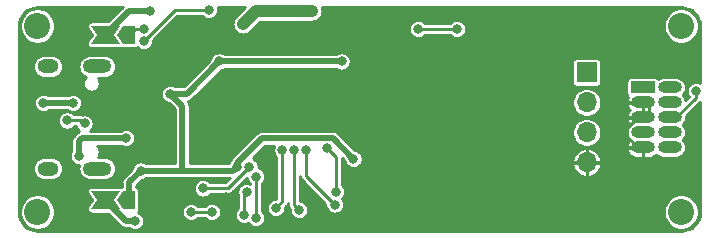
<source format=gbr>
%TF.GenerationSoftware,KiCad,Pcbnew,5.1.6-c6e7f7d~87~ubuntu19.10.1*%
%TF.CreationDate,2020-12-15T16:22:55-08:00*%
%TF.ProjectId,blue-pill-bmp,626c7565-2d70-4696-9c6c-2d626d702e6b,rev?*%
%TF.SameCoordinates,Original*%
%TF.FileFunction,Copper,L2,Bot*%
%TF.FilePolarity,Positive*%
%FSLAX46Y46*%
G04 Gerber Fmt 4.6, Leading zero omitted, Abs format (unit mm)*
G04 Created by KiCad (PCBNEW 5.1.6-c6e7f7d~87~ubuntu19.10.1) date 2020-12-15 16:22:55*
%MOMM*%
%LPD*%
G01*
G04 APERTURE LIST*
%TA.AperFunction,SMDPad,CuDef*%
%ADD10C,0.100000*%
%TD*%
%TA.AperFunction,Conductor*%
%ADD11C,0.100000*%
%TD*%
%TA.AperFunction,ComponentPad*%
%ADD12O,2.000000X1.000000*%
%TD*%
%TA.AperFunction,ComponentPad*%
%ADD13R,2.000000X1.000000*%
%TD*%
%TA.AperFunction,ComponentPad*%
%ADD14O,1.700000X1.700000*%
%TD*%
%TA.AperFunction,ComponentPad*%
%ADD15R,1.700000X1.700000*%
%TD*%
%TA.AperFunction,SMDPad,CuDef*%
%ADD16O,2.400000X1.200000*%
%TD*%
%TA.AperFunction,SMDPad,CuDef*%
%ADD17O,1.800000X1.200000*%
%TD*%
%TA.AperFunction,ViaPad*%
%ADD18C,2.210000*%
%TD*%
%TA.AperFunction,ViaPad*%
%ADD19C,0.800000*%
%TD*%
%TA.AperFunction,Conductor*%
%ADD20C,0.250000*%
%TD*%
%TA.AperFunction,Conductor*%
%ADD21C,0.500000*%
%TD*%
%TA.AperFunction,Conductor*%
%ADD22C,1.000000*%
%TD*%
%TA.AperFunction,Conductor*%
%ADD23C,0.254000*%
%TD*%
G04 APERTURE END LIST*
%TA.AperFunction,SMDPad,CuDef*%
D10*
%TO.P,BOOT0,3*%
%TO.N,GND*%
G36*
X102000000Y-107000000D02*
G01*
X101500000Y-107750000D01*
X100500000Y-107750000D01*
X100500000Y-106250000D01*
X101500000Y-106250000D01*
X102000000Y-107000000D01*
G37*
%TD.AperFunction*%
%TA.AperFunction,Conductor*%
D11*
%TD*%
%TO.N,Net-(BOOT0-Pad2)*%
%TO.C,BOOT0*%
G36*
X102300000Y-107000000D02*
G01*
X101800000Y-106250000D01*
X104200000Y-106250000D01*
X103700000Y-107000000D01*
X104200000Y-107750000D01*
X101800000Y-107750000D01*
X102300000Y-107000000D01*
G37*
%TD.AperFunction*%
%TA.AperFunction,SMDPad,CuDef*%
D10*
%TO.P,BOOT0,1*%
%TO.N,+3V3*%
G36*
X104000000Y-107000000D02*
G01*
X104500000Y-106250000D01*
X105500000Y-106250000D01*
X105500000Y-107750000D01*
X104500000Y-107750000D01*
X104000000Y-107000000D01*
G37*
%TD.AperFunction*%
%TD*%
%TA.AperFunction,SMDPad,CuDef*%
%TO.P,BOOT1,3*%
%TO.N,GND*%
G36*
X102000000Y-93000000D02*
G01*
X101500000Y-93750000D01*
X100500000Y-93750000D01*
X100500000Y-92250000D01*
X101500000Y-92250000D01*
X102000000Y-93000000D01*
G37*
%TD.AperFunction*%
%TA.AperFunction,Conductor*%
D11*
%TD*%
%TO.N,Net-(BOOT1-Pad2)*%
%TO.C,BOOT1*%
G36*
X102300000Y-93000000D02*
G01*
X101800000Y-92250000D01*
X104200000Y-92250000D01*
X103700000Y-93000000D01*
X104200000Y-93750000D01*
X101800000Y-93750000D01*
X102300000Y-93000000D01*
G37*
%TD.AperFunction*%
%TA.AperFunction,SMDPad,CuDef*%
D10*
%TO.P,BOOT1,1*%
%TO.N,+3V3*%
G36*
X104000000Y-93000000D02*
G01*
X104500000Y-92250000D01*
X105500000Y-92250000D01*
X105500000Y-93750000D01*
X104500000Y-93750000D01*
X104000000Y-93000000D01*
G37*
%TD.AperFunction*%
%TD*%
D12*
%TO.P,J4,10*%
%TO.N,/PB4*%
X150770000Y-102540000D03*
%TO.P,J4,9*%
%TO.N,GND*%
X148500000Y-102540000D03*
%TO.P,J4,8*%
%TO.N,N/C*%
X150770000Y-101270000D03*
%TO.P,J4,7*%
X148500000Y-101270000D03*
%TO.P,J4,6*%
%TO.N,/PA3*%
X150770000Y-100000000D03*
%TO.P,J4,5*%
%TO.N,GND*%
X148500000Y-100000000D03*
%TO.P,J4,4*%
%TO.N,/SWDCLK*%
X150770000Y-98730000D03*
%TO.P,J4,3*%
%TO.N,GND*%
X148500000Y-98730000D03*
%TO.P,J4,2*%
%TO.N,/SWDIO*%
X150770000Y-97460000D03*
D13*
%TO.P,J4,1*%
%TO.N,/VTARGET*%
X148500000Y-97460000D03*
%TD*%
D14*
%TO.P,J3,4*%
%TO.N,GND*%
X143750000Y-103810000D03*
%TO.P,J3,3*%
%TO.N,/PB7*%
X143750000Y-101270000D03*
%TO.P,J3,2*%
%TO.N,/PB6*%
X143750000Y-98730000D03*
D15*
%TO.P,J3,1*%
%TO.N,/VTARGET*%
X143750000Y-96190000D03*
%TD*%
D16*
%TO.P,J2,S1*%
%TO.N,N/C*%
X102310000Y-95680000D03*
D17*
X98130000Y-95680000D03*
D16*
X102310000Y-104320000D03*
D17*
X98130000Y-104320000D03*
%TD*%
D18*
%TO.N,*%
X97250000Y-92250000D03*
X97250000Y-108000000D03*
X151750000Y-108000000D03*
X151750000Y-92250000D03*
D19*
%TO.N,GND*%
X117000000Y-94250000D03*
X117750000Y-92500000D03*
X120500000Y-92500000D03*
X104750000Y-103000000D03*
X104500000Y-96000000D03*
X106000000Y-98000000D03*
X102750000Y-108750000D03*
X112250000Y-99750000D03*
X125250000Y-98500000D03*
X125500000Y-93750000D03*
X129750000Y-96500000D03*
X133750000Y-95250000D03*
X113250000Y-102750000D03*
X113250000Y-106750000D03*
X125250000Y-106250000D03*
%TO.N,/!RESET*%
X111250000Y-106000000D03*
X115195293Y-104167940D03*
%TO.N,+3V3*%
X106000000Y-104500000D03*
X106237340Y-92487340D03*
X108500000Y-98000000D03*
X112650000Y-95250000D03*
X123000000Y-95250000D03*
X120500000Y-91000000D03*
X114650000Y-92100000D03*
X114168957Y-104168957D03*
X124000000Y-103500000D03*
%TO.N,/USB_N*%
X99750000Y-100250000D03*
X101234907Y-100505058D03*
%TO.N,Net-(J2-PadB5)*%
X104750000Y-101750000D03*
X100750000Y-103250000D03*
%TO.N,Net-(J2-PadA5)*%
X97750000Y-98750000D03*
X100250000Y-98750000D03*
%TO.N,/PB7*%
X120000000Y-102750000D03*
X122418249Y-107374968D03*
%TO.N,/PB6*%
X118987334Y-102737347D03*
X119417812Y-107824979D03*
%TO.N,/PB4*%
X117987405Y-102750161D03*
X117434603Y-107659283D03*
%TO.N,/PA3*%
X129500000Y-92500000D03*
X132750000Y-92500000D03*
X153000000Y-97750000D03*
%TO.N,/SWDCLK*%
X115750000Y-105000000D03*
X115731186Y-108506505D03*
%TO.N,/SWDIO*%
X114750000Y-108250000D03*
X114953685Y-106324979D03*
%TO.N,/PC13*%
X122501925Y-106274992D03*
X121750000Y-102600010D03*
%TO.N,/BOOT0*%
X110250000Y-108000000D03*
X112000000Y-108000000D03*
%TO.N,/BOOT1*%
X111750000Y-90875000D03*
X106250000Y-93500000D03*
%TO.N,Net-(BOOT1-Pad2)*%
X106750000Y-91000000D03*
%TO.N,Net-(BOOT0-Pad2)*%
X105500000Y-108750000D03*
%TD*%
D20*
%TO.N,GND*%
X149000000Y-98730000D02*
X149000000Y-100000000D01*
X148103260Y-102540000D02*
X149000000Y-102540000D01*
X147174990Y-101611730D02*
X148103260Y-102540000D01*
X148103260Y-100000000D02*
X147174990Y-100928270D01*
X147174990Y-100928270D02*
X147174990Y-101611730D01*
X149000000Y-100000000D02*
X148103260Y-100000000D01*
%TO.N,/!RESET*%
X111250000Y-106000000D02*
X113363233Y-106000000D01*
X113363233Y-106000000D02*
X115195293Y-104167940D01*
D21*
%TO.N,+3V3*%
X105000000Y-105500000D02*
X106000000Y-104500000D01*
X105000000Y-107000000D02*
X105000000Y-105500000D01*
D20*
X105000000Y-93000000D02*
X105512660Y-92487340D01*
X105512660Y-92487340D02*
X106237340Y-92487340D01*
D21*
X109500000Y-99000000D02*
X108500000Y-98000000D01*
X109500000Y-104500000D02*
X109500000Y-99000000D01*
X106000000Y-104500000D02*
X109500000Y-104500000D01*
X109900000Y-98000000D02*
X112650000Y-95250000D01*
X108500000Y-98000000D02*
X109900000Y-98000000D01*
X112650000Y-95250000D02*
X123000000Y-95250000D01*
D22*
X115750000Y-91000000D02*
X114650000Y-92100000D01*
X120500000Y-91000000D02*
X115750000Y-91000000D01*
D21*
X113837914Y-104500000D02*
X114168957Y-104168957D01*
X109500000Y-104500000D02*
X113837914Y-104500000D01*
X114168957Y-104168957D02*
X114168957Y-103831043D01*
X114168957Y-103831043D02*
X116250000Y-101750000D01*
X116250000Y-101750000D02*
X121750000Y-101750000D01*
X122250000Y-101750000D02*
X124000000Y-103500000D01*
X121750000Y-101750000D02*
X122250000Y-101750000D01*
D20*
%TO.N,/USB_N*%
X99750000Y-100250000D02*
X100979849Y-100250000D01*
X100979849Y-100250000D02*
X101234907Y-100505058D01*
D21*
%TO.N,Net-(J2-PadB5)*%
X100750000Y-102987998D02*
X100750000Y-103250000D01*
X100750000Y-102000000D02*
X100750000Y-103250000D01*
X101000000Y-101750000D02*
X100750000Y-102000000D01*
X104750000Y-101750000D02*
X101000000Y-101750000D01*
%TO.N,Net-(J2-PadA5)*%
X97750000Y-98750000D02*
X100250000Y-98750000D01*
D20*
%TO.N,/PB7*%
X120000000Y-104956719D02*
X122418249Y-107374968D01*
X120000000Y-102750000D02*
X120000000Y-104956719D01*
%TO.N,/PB6*%
X118987334Y-102737347D02*
X118987334Y-107394501D01*
X118987334Y-107394501D02*
X119417812Y-107824979D01*
%TO.N,/PB4*%
X117987405Y-107106481D02*
X117434603Y-107659283D01*
X117987405Y-102750161D02*
X117987405Y-107106481D01*
%TO.N,/PA3*%
X129500000Y-92500000D02*
X132750000Y-92500000D01*
X151315685Y-100000000D02*
X150270000Y-100000000D01*
X153000000Y-98315685D02*
X151315685Y-100000000D01*
X153000000Y-97750000D02*
X153000000Y-98315685D01*
%TO.N,/SWDCLK*%
X115750000Y-108487691D02*
X115731186Y-108506505D01*
X115750000Y-105000000D02*
X115750000Y-108250000D01*
X115750000Y-108250000D02*
X115750000Y-108487691D01*
%TO.N,/SWDIO*%
X114750000Y-108250000D02*
X114750000Y-106528664D01*
X114750000Y-106528664D02*
X114953685Y-106324979D01*
%TO.N,/PC13*%
X122501925Y-106274992D02*
X122501925Y-103351935D01*
X122501925Y-103351935D02*
X121750000Y-102600010D01*
%TO.N,/BOOT0*%
X110250000Y-108000000D02*
X112000000Y-108000000D01*
%TO.N,/BOOT1*%
X111750000Y-90875000D02*
X108875000Y-90875000D01*
X108875000Y-90875000D02*
X106250000Y-93500000D01*
D21*
%TO.N,Net-(BOOT1-Pad2)*%
X105000000Y-91000000D02*
X106750000Y-91000000D01*
X103000000Y-93000000D02*
X105000000Y-91000000D01*
%TO.N,Net-(BOOT0-Pad2)*%
X104750000Y-108750000D02*
X103000000Y-107000000D01*
X105500000Y-108750000D02*
X104750000Y-108750000D01*
%TD*%
D23*
%TO.N,GND*%
G36*
X103240475Y-91867157D02*
G01*
X101800000Y-91867157D01*
X101725704Y-91874435D01*
X101653862Y-91896146D01*
X101587637Y-91931455D01*
X101529572Y-91979006D01*
X101481900Y-92036971D01*
X101446453Y-92103122D01*
X101424592Y-92174918D01*
X101417157Y-92249600D01*
X101424435Y-92324296D01*
X101446146Y-92396138D01*
X101481455Y-92462363D01*
X101839880Y-93000000D01*
X101481455Y-93537637D01*
X101446299Y-93603492D01*
X101424513Y-93675311D01*
X101417157Y-93750000D01*
X101424513Y-93824689D01*
X101446299Y-93896508D01*
X101481678Y-93962696D01*
X101529289Y-94020711D01*
X101587304Y-94068322D01*
X101653492Y-94103701D01*
X101725311Y-94125487D01*
X101800000Y-94132843D01*
X104200000Y-94132843D01*
X104274296Y-94125565D01*
X104346138Y-94103854D01*
X104349963Y-94101815D01*
X104353492Y-94103701D01*
X104425311Y-94125487D01*
X104500000Y-94132843D01*
X105500000Y-94132843D01*
X105574689Y-94125487D01*
X105646508Y-94103701D01*
X105712696Y-94068322D01*
X105713314Y-94067815D01*
X105752141Y-94106642D01*
X105880058Y-94192113D01*
X106022191Y-94250987D01*
X106173078Y-94281000D01*
X106326922Y-94281000D01*
X106477809Y-94250987D01*
X106619942Y-94192113D01*
X106747859Y-94106642D01*
X106856642Y-93997859D01*
X106942113Y-93869942D01*
X107000987Y-93727809D01*
X107031000Y-93576922D01*
X107031000Y-93434591D01*
X109084592Y-91381000D01*
X111151499Y-91381000D01*
X111252141Y-91481642D01*
X111380058Y-91567113D01*
X111522191Y-91625987D01*
X111673078Y-91656000D01*
X111826922Y-91656000D01*
X111977809Y-91625987D01*
X112119942Y-91567113D01*
X112247859Y-91481642D01*
X112356642Y-91372859D01*
X112442113Y-91244942D01*
X112500987Y-91102809D01*
X112531000Y-90951922D01*
X112531000Y-90798078D01*
X112502739Y-90656000D01*
X114848078Y-90656000D01*
X113996441Y-91507638D01*
X113913932Y-91608175D01*
X113832125Y-91761226D01*
X113781749Y-91927295D01*
X113764738Y-92100000D01*
X113781749Y-92272705D01*
X113832125Y-92438774D01*
X113913932Y-92591825D01*
X114024026Y-92725974D01*
X114158175Y-92836068D01*
X114311226Y-92917875D01*
X114477295Y-92968251D01*
X114650000Y-92985262D01*
X114822705Y-92968251D01*
X114988774Y-92917875D01*
X115141825Y-92836068D01*
X115242362Y-92753559D01*
X115572843Y-92423078D01*
X128719000Y-92423078D01*
X128719000Y-92576922D01*
X128749013Y-92727809D01*
X128807887Y-92869942D01*
X128893358Y-92997859D01*
X129002141Y-93106642D01*
X129130058Y-93192113D01*
X129272191Y-93250987D01*
X129423078Y-93281000D01*
X129576922Y-93281000D01*
X129727809Y-93250987D01*
X129869942Y-93192113D01*
X129997859Y-93106642D01*
X130098501Y-93006000D01*
X132151499Y-93006000D01*
X132252141Y-93106642D01*
X132380058Y-93192113D01*
X132522191Y-93250987D01*
X132673078Y-93281000D01*
X132826922Y-93281000D01*
X132977809Y-93250987D01*
X133119942Y-93192113D01*
X133247859Y-93106642D01*
X133356642Y-92997859D01*
X133442113Y-92869942D01*
X133500987Y-92727809D01*
X133531000Y-92576922D01*
X133531000Y-92423078D01*
X133500987Y-92272191D01*
X133442113Y-92130058D01*
X133424463Y-92103642D01*
X150264000Y-92103642D01*
X150264000Y-92396358D01*
X150321106Y-92683450D01*
X150433124Y-92953885D01*
X150595749Y-93197270D01*
X150802730Y-93404251D01*
X151046115Y-93566876D01*
X151316550Y-93678894D01*
X151603642Y-93736000D01*
X151896358Y-93736000D01*
X152183450Y-93678894D01*
X152453885Y-93566876D01*
X152697270Y-93404251D01*
X152904251Y-93197270D01*
X153066876Y-92953885D01*
X153178894Y-92683450D01*
X153236000Y-92396358D01*
X153236000Y-92103642D01*
X153178894Y-91816550D01*
X153066876Y-91546115D01*
X152904251Y-91302730D01*
X152697270Y-91095749D01*
X152453885Y-90933124D01*
X152183450Y-90821106D01*
X151896358Y-90764000D01*
X151603642Y-90764000D01*
X151316550Y-90821106D01*
X151046115Y-90933124D01*
X150802730Y-91095749D01*
X150595749Y-91302730D01*
X150433124Y-91546115D01*
X150321106Y-91816550D01*
X150264000Y-92103642D01*
X133424463Y-92103642D01*
X133356642Y-92002141D01*
X133247859Y-91893358D01*
X133119942Y-91807887D01*
X132977809Y-91749013D01*
X132826922Y-91719000D01*
X132673078Y-91719000D01*
X132522191Y-91749013D01*
X132380058Y-91807887D01*
X132252141Y-91893358D01*
X132151499Y-91994000D01*
X130098501Y-91994000D01*
X129997859Y-91893358D01*
X129869942Y-91807887D01*
X129727809Y-91749013D01*
X129576922Y-91719000D01*
X129423078Y-91719000D01*
X129272191Y-91749013D01*
X129130058Y-91807887D01*
X129002141Y-91893358D01*
X128893358Y-92002141D01*
X128807887Y-92130058D01*
X128749013Y-92272191D01*
X128719000Y-92423078D01*
X115572843Y-92423078D01*
X116114922Y-91881000D01*
X120543273Y-91881000D01*
X120672706Y-91868252D01*
X120838775Y-91817875D01*
X120991825Y-91736068D01*
X121125975Y-91625975D01*
X121236068Y-91491825D01*
X121317875Y-91338775D01*
X121368252Y-91172706D01*
X121385262Y-91000000D01*
X121368252Y-90827294D01*
X121317875Y-90661225D01*
X121315082Y-90656000D01*
X151730146Y-90656000D01*
X152059229Y-90688267D01*
X152356688Y-90778075D01*
X152631028Y-90923945D01*
X152871813Y-91120325D01*
X153069873Y-91359736D01*
X153217654Y-91633053D01*
X153309535Y-91929872D01*
X153344001Y-92257792D01*
X153344001Y-97047142D01*
X153227809Y-96999013D01*
X153076922Y-96969000D01*
X152923078Y-96969000D01*
X152772191Y-96999013D01*
X152630058Y-97057887D01*
X152502141Y-97143358D01*
X152393358Y-97252141D01*
X152307887Y-97380058D01*
X152249013Y-97522191D01*
X152219000Y-97673078D01*
X152219000Y-97826922D01*
X152249013Y-97977809D01*
X152307887Y-98119942D01*
X152376886Y-98223207D01*
X152116036Y-98484058D01*
X152087875Y-98391225D01*
X152006068Y-98238175D01*
X151895975Y-98104025D01*
X151884978Y-98095000D01*
X151895975Y-98085975D01*
X152006068Y-97951825D01*
X152087875Y-97798775D01*
X152138252Y-97632706D01*
X152155262Y-97460000D01*
X152138252Y-97287294D01*
X152087875Y-97121225D01*
X152006068Y-96968175D01*
X151895975Y-96834025D01*
X151761825Y-96723932D01*
X151608775Y-96642125D01*
X151442706Y-96591748D01*
X151313273Y-96579000D01*
X150226727Y-96579000D01*
X150097294Y-96591748D01*
X149931225Y-96642125D01*
X149792749Y-96716142D01*
X149770711Y-96689289D01*
X149712696Y-96641678D01*
X149646508Y-96606299D01*
X149574689Y-96584513D01*
X149500000Y-96577157D01*
X147500000Y-96577157D01*
X147425311Y-96584513D01*
X147353492Y-96606299D01*
X147287304Y-96641678D01*
X147229289Y-96689289D01*
X147181678Y-96747304D01*
X147146299Y-96813492D01*
X147124513Y-96885311D01*
X147117157Y-96960000D01*
X147117157Y-97960000D01*
X147124513Y-98034689D01*
X147146299Y-98106508D01*
X147181678Y-98172696D01*
X147229289Y-98230711D01*
X147259454Y-98255467D01*
X147185871Y-98393318D01*
X147135831Y-98558616D01*
X147129925Y-98591687D01*
X147214250Y-98729500D01*
X148499500Y-98729500D01*
X148499500Y-98709500D01*
X148500500Y-98709500D01*
X148500500Y-98729500D01*
X148520500Y-98729500D01*
X148520500Y-98730500D01*
X148500500Y-98730500D01*
X148500500Y-99999500D01*
X148520500Y-99999500D01*
X148520500Y-100000500D01*
X148500500Y-100000500D01*
X148500500Y-100020500D01*
X148499500Y-100020500D01*
X148499500Y-100000500D01*
X147214250Y-100000500D01*
X147129925Y-100138313D01*
X147135831Y-100171384D01*
X147185871Y-100336682D01*
X147267198Y-100489041D01*
X147376686Y-100622607D01*
X147388398Y-100632230D01*
X147374025Y-100644025D01*
X147263932Y-100778175D01*
X147182125Y-100931225D01*
X147131748Y-101097294D01*
X147114738Y-101270000D01*
X147131748Y-101442706D01*
X147182125Y-101608775D01*
X147263932Y-101761825D01*
X147374025Y-101895975D01*
X147388398Y-101907770D01*
X147376686Y-101917393D01*
X147267198Y-102050959D01*
X147185871Y-102203318D01*
X147135831Y-102368616D01*
X147129925Y-102401687D01*
X147214250Y-102539500D01*
X148499500Y-102539500D01*
X148499500Y-102519500D01*
X148500500Y-102519500D01*
X148500500Y-102539500D01*
X148520500Y-102539500D01*
X148520500Y-102540500D01*
X148500500Y-102540500D01*
X148500500Y-103421000D01*
X149000500Y-103421000D01*
X149172365Y-103403974D01*
X149337606Y-103353746D01*
X149489873Y-103272246D01*
X149623314Y-103162607D01*
X149632282Y-103151666D01*
X149644025Y-103165975D01*
X149778175Y-103276068D01*
X149931225Y-103357875D01*
X150097294Y-103408252D01*
X150226727Y-103421000D01*
X151313273Y-103421000D01*
X151442706Y-103408252D01*
X151608775Y-103357875D01*
X151761825Y-103276068D01*
X151895975Y-103165975D01*
X152006068Y-103031825D01*
X152087875Y-102878775D01*
X152138252Y-102712706D01*
X152155262Y-102540000D01*
X152138252Y-102367294D01*
X152087875Y-102201225D01*
X152006068Y-102048175D01*
X151895975Y-101914025D01*
X151884978Y-101905000D01*
X151895975Y-101895975D01*
X152006068Y-101761825D01*
X152087875Y-101608775D01*
X152138252Y-101442706D01*
X152155262Y-101270000D01*
X152138252Y-101097294D01*
X152087875Y-100931225D01*
X152006068Y-100778175D01*
X151895975Y-100644025D01*
X151884978Y-100635000D01*
X151895975Y-100625975D01*
X152006068Y-100491825D01*
X152087875Y-100338775D01*
X152138252Y-100172706D01*
X152155262Y-100000000D01*
X152144145Y-99887131D01*
X153340220Y-98691057D01*
X153344001Y-98687954D01*
X153344000Y-107980146D01*
X153311733Y-108309230D01*
X153221926Y-108606684D01*
X153076056Y-108881025D01*
X152879675Y-109121813D01*
X152640265Y-109319871D01*
X152366948Y-109467654D01*
X152070128Y-109559535D01*
X151742218Y-109594000D01*
X97269854Y-109594000D01*
X96940770Y-109561733D01*
X96643316Y-109471926D01*
X96368975Y-109326056D01*
X96128187Y-109129675D01*
X95930129Y-108890265D01*
X95782346Y-108616948D01*
X95690465Y-108320128D01*
X95656000Y-107992218D01*
X95656000Y-107853642D01*
X95764000Y-107853642D01*
X95764000Y-108146358D01*
X95821106Y-108433450D01*
X95933124Y-108703885D01*
X96095749Y-108947270D01*
X96302730Y-109154251D01*
X96546115Y-109316876D01*
X96816550Y-109428894D01*
X97103642Y-109486000D01*
X97396358Y-109486000D01*
X97683450Y-109428894D01*
X97953885Y-109316876D01*
X98197270Y-109154251D01*
X98404251Y-108947270D01*
X98566876Y-108703885D01*
X98678894Y-108433450D01*
X98736000Y-108146358D01*
X98736000Y-107853642D01*
X98678894Y-107566550D01*
X98566876Y-107296115D01*
X98404251Y-107052730D01*
X98197270Y-106845749D01*
X97953885Y-106683124D01*
X97683450Y-106571106D01*
X97396358Y-106514000D01*
X97103642Y-106514000D01*
X96816550Y-106571106D01*
X96546115Y-106683124D01*
X96302730Y-106845749D01*
X96095749Y-107052730D01*
X95933124Y-107296115D01*
X95821106Y-107566550D01*
X95764000Y-107853642D01*
X95656000Y-107853642D01*
X95656000Y-106249600D01*
X101417157Y-106249600D01*
X101424435Y-106324296D01*
X101446146Y-106396138D01*
X101481455Y-106462363D01*
X101839880Y-107000000D01*
X101481455Y-107537637D01*
X101446299Y-107603492D01*
X101424513Y-107675311D01*
X101417157Y-107750000D01*
X101424513Y-107824689D01*
X101446299Y-107896508D01*
X101481678Y-107962696D01*
X101529289Y-108020711D01*
X101587304Y-108068322D01*
X101653492Y-108103701D01*
X101725311Y-108125487D01*
X101800000Y-108132843D01*
X103240475Y-108132843D01*
X104281899Y-109174268D01*
X104301657Y-109198343D01*
X104325732Y-109218101D01*
X104325734Y-109218103D01*
X104343908Y-109233018D01*
X104397739Y-109277196D01*
X104507358Y-109335789D01*
X104626302Y-109371870D01*
X104719002Y-109381000D01*
X104719009Y-109381000D01*
X104750000Y-109384052D01*
X104780990Y-109381000D01*
X105038595Y-109381000D01*
X105130058Y-109442113D01*
X105272191Y-109500987D01*
X105423078Y-109531000D01*
X105576922Y-109531000D01*
X105727809Y-109500987D01*
X105869942Y-109442113D01*
X105997859Y-109356642D01*
X106106642Y-109247859D01*
X106192113Y-109119942D01*
X106250987Y-108977809D01*
X106281000Y-108826922D01*
X106281000Y-108673078D01*
X106250987Y-108522191D01*
X106192113Y-108380058D01*
X106106642Y-108252141D01*
X105997859Y-108143358D01*
X105869942Y-108057887D01*
X105773116Y-108017780D01*
X105818322Y-107962696D01*
X105839498Y-107923078D01*
X109469000Y-107923078D01*
X109469000Y-108076922D01*
X109499013Y-108227809D01*
X109557887Y-108369942D01*
X109643358Y-108497859D01*
X109752141Y-108606642D01*
X109880058Y-108692113D01*
X110022191Y-108750987D01*
X110173078Y-108781000D01*
X110326922Y-108781000D01*
X110477809Y-108750987D01*
X110619942Y-108692113D01*
X110747859Y-108606642D01*
X110848501Y-108506000D01*
X111401499Y-108506000D01*
X111502141Y-108606642D01*
X111630058Y-108692113D01*
X111772191Y-108750987D01*
X111923078Y-108781000D01*
X112076922Y-108781000D01*
X112227809Y-108750987D01*
X112369942Y-108692113D01*
X112497859Y-108606642D01*
X112606642Y-108497859D01*
X112692113Y-108369942D01*
X112750987Y-108227809D01*
X112781000Y-108076922D01*
X112781000Y-107923078D01*
X112750987Y-107772191D01*
X112692113Y-107630058D01*
X112606642Y-107502141D01*
X112497859Y-107393358D01*
X112369942Y-107307887D01*
X112227809Y-107249013D01*
X112076922Y-107219000D01*
X111923078Y-107219000D01*
X111772191Y-107249013D01*
X111630058Y-107307887D01*
X111502141Y-107393358D01*
X111401499Y-107494000D01*
X110848501Y-107494000D01*
X110747859Y-107393358D01*
X110619942Y-107307887D01*
X110477809Y-107249013D01*
X110326922Y-107219000D01*
X110173078Y-107219000D01*
X110022191Y-107249013D01*
X109880058Y-107307887D01*
X109752141Y-107393358D01*
X109643358Y-107502141D01*
X109557887Y-107630058D01*
X109499013Y-107772191D01*
X109469000Y-107923078D01*
X105839498Y-107923078D01*
X105853701Y-107896508D01*
X105875487Y-107824689D01*
X105882843Y-107750000D01*
X105882843Y-106250000D01*
X105875487Y-106175311D01*
X105853701Y-106103492D01*
X105818322Y-106037304D01*
X105770711Y-105979289D01*
X105712696Y-105931678D01*
X105646508Y-105896299D01*
X105631000Y-105891595D01*
X105631000Y-105761368D01*
X106119922Y-105272447D01*
X106227809Y-105250987D01*
X106369942Y-105192113D01*
X106461405Y-105131000D01*
X109469002Y-105131000D01*
X109500000Y-105134053D01*
X109530998Y-105131000D01*
X113516642Y-105131000D01*
X113153642Y-105494000D01*
X111848501Y-105494000D01*
X111747859Y-105393358D01*
X111619942Y-105307887D01*
X111477809Y-105249013D01*
X111326922Y-105219000D01*
X111173078Y-105219000D01*
X111022191Y-105249013D01*
X110880058Y-105307887D01*
X110752141Y-105393358D01*
X110643358Y-105502141D01*
X110557887Y-105630058D01*
X110499013Y-105772191D01*
X110469000Y-105923078D01*
X110469000Y-106076922D01*
X110499013Y-106227809D01*
X110557887Y-106369942D01*
X110643358Y-106497859D01*
X110752141Y-106606642D01*
X110880058Y-106692113D01*
X111022191Y-106750987D01*
X111173078Y-106781000D01*
X111326922Y-106781000D01*
X111477809Y-106750987D01*
X111619942Y-106692113D01*
X111747859Y-106606642D01*
X111848501Y-106506000D01*
X113338387Y-106506000D01*
X113363233Y-106508447D01*
X113388079Y-106506000D01*
X113388087Y-106506000D01*
X113462426Y-106498678D01*
X113557808Y-106469745D01*
X113645712Y-106422759D01*
X113722760Y-106359527D01*
X113738609Y-106340215D01*
X114974459Y-105104366D01*
X114999013Y-105227809D01*
X115057887Y-105369942D01*
X115143358Y-105497859D01*
X115244000Y-105598501D01*
X115244000Y-105599883D01*
X115181494Y-105573992D01*
X115030607Y-105543979D01*
X114876763Y-105543979D01*
X114725876Y-105573992D01*
X114583743Y-105632866D01*
X114455826Y-105718337D01*
X114347043Y-105827120D01*
X114261572Y-105955037D01*
X114202698Y-106097170D01*
X114172685Y-106248057D01*
X114172685Y-106401901D01*
X114202698Y-106552788D01*
X114244001Y-106652501D01*
X114244000Y-107651499D01*
X114143358Y-107752141D01*
X114057887Y-107880058D01*
X113999013Y-108022191D01*
X113969000Y-108173078D01*
X113969000Y-108326922D01*
X113999013Y-108477809D01*
X114057887Y-108619942D01*
X114143358Y-108747859D01*
X114252141Y-108856642D01*
X114380058Y-108942113D01*
X114522191Y-109000987D01*
X114673078Y-109031000D01*
X114826922Y-109031000D01*
X114977809Y-109000987D01*
X115090968Y-108954114D01*
X115124544Y-109004364D01*
X115233327Y-109113147D01*
X115361244Y-109198618D01*
X115503377Y-109257492D01*
X115654264Y-109287505D01*
X115808108Y-109287505D01*
X115958995Y-109257492D01*
X116101128Y-109198618D01*
X116229045Y-109113147D01*
X116337828Y-109004364D01*
X116423299Y-108876447D01*
X116482173Y-108734314D01*
X116512186Y-108583427D01*
X116512186Y-108429583D01*
X116482173Y-108278696D01*
X116423299Y-108136563D01*
X116337828Y-108008646D01*
X116256000Y-107926818D01*
X116256000Y-105598501D01*
X116356642Y-105497859D01*
X116442113Y-105369942D01*
X116500987Y-105227809D01*
X116531000Y-105076922D01*
X116531000Y-104923078D01*
X116500987Y-104772191D01*
X116442113Y-104630058D01*
X116356642Y-104502141D01*
X116247859Y-104393358D01*
X116119942Y-104307887D01*
X115977809Y-104249013D01*
X115975556Y-104248565D01*
X115976293Y-104244862D01*
X115976293Y-104091018D01*
X115946280Y-103940131D01*
X115887406Y-103797998D01*
X115801935Y-103670081D01*
X115693152Y-103561298D01*
X115565235Y-103475827D01*
X115460093Y-103432275D01*
X116511369Y-102381000D01*
X117294968Y-102381000D01*
X117236418Y-102522352D01*
X117206405Y-102673239D01*
X117206405Y-102827083D01*
X117236418Y-102977970D01*
X117295292Y-103120103D01*
X117380763Y-103248020D01*
X117481405Y-103348662D01*
X117481406Y-106878283D01*
X117357681Y-106878283D01*
X117206794Y-106908296D01*
X117064661Y-106967170D01*
X116936744Y-107052641D01*
X116827961Y-107161424D01*
X116742490Y-107289341D01*
X116683616Y-107431474D01*
X116653603Y-107582361D01*
X116653603Y-107736205D01*
X116683616Y-107887092D01*
X116742490Y-108029225D01*
X116827961Y-108157142D01*
X116936744Y-108265925D01*
X117064661Y-108351396D01*
X117206794Y-108410270D01*
X117357681Y-108440283D01*
X117511525Y-108440283D01*
X117662412Y-108410270D01*
X117804545Y-108351396D01*
X117932462Y-108265925D01*
X118041245Y-108157142D01*
X118126716Y-108029225D01*
X118185590Y-107887092D01*
X118215603Y-107736205D01*
X118215603Y-107593875D01*
X118327625Y-107481853D01*
X118346932Y-107466008D01*
X118410164Y-107388960D01*
X118457150Y-107301056D01*
X118481335Y-107221327D01*
X118481335Y-107369645D01*
X118478887Y-107394501D01*
X118488656Y-107493693D01*
X118517589Y-107589075D01*
X118528721Y-107609900D01*
X118564576Y-107676980D01*
X118627808Y-107754028D01*
X118636812Y-107761417D01*
X118636812Y-107901901D01*
X118666825Y-108052788D01*
X118725699Y-108194921D01*
X118811170Y-108322838D01*
X118919953Y-108431621D01*
X119047870Y-108517092D01*
X119190003Y-108575966D01*
X119340890Y-108605979D01*
X119494734Y-108605979D01*
X119645621Y-108575966D01*
X119787754Y-108517092D01*
X119915671Y-108431621D01*
X120024454Y-108322838D01*
X120109925Y-108194921D01*
X120168799Y-108052788D01*
X120198812Y-107901901D01*
X120198812Y-107748057D01*
X120168799Y-107597170D01*
X120109925Y-107455037D01*
X120024454Y-107327120D01*
X119915671Y-107218337D01*
X119787754Y-107132866D01*
X119645621Y-107073992D01*
X119494734Y-107043979D01*
X119493334Y-107043979D01*
X119493334Y-104974803D01*
X119501322Y-105055911D01*
X119530255Y-105151293D01*
X119530256Y-105151294D01*
X119577242Y-105239198D01*
X119640474Y-105316246D01*
X119659781Y-105332091D01*
X121637249Y-107309560D01*
X121637249Y-107451890D01*
X121667262Y-107602777D01*
X121726136Y-107744910D01*
X121811607Y-107872827D01*
X121920390Y-107981610D01*
X122048307Y-108067081D01*
X122190440Y-108125955D01*
X122341327Y-108155968D01*
X122495171Y-108155968D01*
X122646058Y-108125955D01*
X122788191Y-108067081D01*
X122916108Y-107981610D01*
X123024891Y-107872827D01*
X123037709Y-107853642D01*
X150264000Y-107853642D01*
X150264000Y-108146358D01*
X150321106Y-108433450D01*
X150433124Y-108703885D01*
X150595749Y-108947270D01*
X150802730Y-109154251D01*
X151046115Y-109316876D01*
X151316550Y-109428894D01*
X151603642Y-109486000D01*
X151896358Y-109486000D01*
X152183450Y-109428894D01*
X152453885Y-109316876D01*
X152697270Y-109154251D01*
X152904251Y-108947270D01*
X153066876Y-108703885D01*
X153178894Y-108433450D01*
X153236000Y-108146358D01*
X153236000Y-107853642D01*
X153178894Y-107566550D01*
X153066876Y-107296115D01*
X152904251Y-107052730D01*
X152697270Y-106845749D01*
X152453885Y-106683124D01*
X152183450Y-106571106D01*
X151896358Y-106514000D01*
X151603642Y-106514000D01*
X151316550Y-106571106D01*
X151046115Y-106683124D01*
X150802730Y-106845749D01*
X150595749Y-107052730D01*
X150433124Y-107296115D01*
X150321106Y-107566550D01*
X150264000Y-107853642D01*
X123037709Y-107853642D01*
X123110362Y-107744910D01*
X123169236Y-107602777D01*
X123199249Y-107451890D01*
X123199249Y-107298046D01*
X123169236Y-107147159D01*
X123110362Y-107005026D01*
X123024891Y-106877109D01*
X123014600Y-106866818D01*
X123108567Y-106772851D01*
X123194038Y-106644934D01*
X123252912Y-106502801D01*
X123282925Y-106351914D01*
X123282925Y-106198070D01*
X123252912Y-106047183D01*
X123194038Y-105905050D01*
X123108567Y-105777133D01*
X123007925Y-105676491D01*
X123007925Y-103400294D01*
X123227553Y-103619922D01*
X123249013Y-103727809D01*
X123307887Y-103869942D01*
X123393358Y-103997859D01*
X123502141Y-104106642D01*
X123630058Y-104192113D01*
X123772191Y-104250987D01*
X123923078Y-104281000D01*
X124076922Y-104281000D01*
X124227809Y-104250987D01*
X124369942Y-104192113D01*
X124497859Y-104106642D01*
X124601436Y-104003065D01*
X142534234Y-104003065D01*
X142552896Y-104096885D01*
X142631866Y-104324916D01*
X142753806Y-104533159D01*
X142914029Y-104713611D01*
X143106378Y-104859338D01*
X143323461Y-104964740D01*
X143556935Y-105025766D01*
X143749500Y-104945750D01*
X143749500Y-103810500D01*
X143750500Y-103810500D01*
X143750500Y-104945750D01*
X143943065Y-105025766D01*
X144176539Y-104964740D01*
X144393622Y-104859338D01*
X144585971Y-104713611D01*
X144746194Y-104533159D01*
X144868134Y-104324916D01*
X144947104Y-104096885D01*
X144965766Y-104003065D01*
X144885750Y-103810500D01*
X143750500Y-103810500D01*
X143749500Y-103810500D01*
X142614250Y-103810500D01*
X142534234Y-104003065D01*
X124601436Y-104003065D01*
X124606642Y-103997859D01*
X124692113Y-103869942D01*
X124750987Y-103727809D01*
X124773040Y-103616935D01*
X142534234Y-103616935D01*
X142614250Y-103809500D01*
X143749500Y-103809500D01*
X143749500Y-102674250D01*
X143750500Y-102674250D01*
X143750500Y-103809500D01*
X144885750Y-103809500D01*
X144965766Y-103616935D01*
X144947104Y-103523115D01*
X144868134Y-103295084D01*
X144746194Y-103086841D01*
X144585971Y-102906389D01*
X144393622Y-102760662D01*
X144224019Y-102678313D01*
X147129925Y-102678313D01*
X147135831Y-102711384D01*
X147185871Y-102876682D01*
X147267198Y-103029041D01*
X147376686Y-103162607D01*
X147510127Y-103272246D01*
X147662394Y-103353746D01*
X147827635Y-103403974D01*
X147999500Y-103421000D01*
X148499500Y-103421000D01*
X148499500Y-102540500D01*
X147214250Y-102540500D01*
X147129925Y-102678313D01*
X144224019Y-102678313D01*
X144176539Y-102655260D01*
X143943065Y-102594234D01*
X143750500Y-102674250D01*
X143749500Y-102674250D01*
X143556935Y-102594234D01*
X143323461Y-102655260D01*
X143106378Y-102760662D01*
X142914029Y-102906389D01*
X142753806Y-103086841D01*
X142631866Y-103295084D01*
X142552896Y-103523115D01*
X142534234Y-103616935D01*
X124773040Y-103616935D01*
X124781000Y-103576922D01*
X124781000Y-103423078D01*
X124750987Y-103272191D01*
X124692113Y-103130058D01*
X124606642Y-103002141D01*
X124497859Y-102893358D01*
X124369942Y-102807887D01*
X124227809Y-102749013D01*
X124119922Y-102727553D01*
X122718105Y-101325737D01*
X122698343Y-101301657D01*
X122602261Y-101222804D01*
X122492642Y-101164211D01*
X122441697Y-101148757D01*
X142519000Y-101148757D01*
X142519000Y-101391243D01*
X142566307Y-101629069D01*
X142659102Y-101853097D01*
X142793820Y-102054717D01*
X142965283Y-102226180D01*
X143166903Y-102360898D01*
X143390931Y-102453693D01*
X143628757Y-102501000D01*
X143871243Y-102501000D01*
X144109069Y-102453693D01*
X144333097Y-102360898D01*
X144534717Y-102226180D01*
X144706180Y-102054717D01*
X144840898Y-101853097D01*
X144933693Y-101629069D01*
X144981000Y-101391243D01*
X144981000Y-101148757D01*
X144933693Y-100910931D01*
X144840898Y-100686903D01*
X144706180Y-100485283D01*
X144534717Y-100313820D01*
X144333097Y-100179102D01*
X144109069Y-100086307D01*
X143871243Y-100039000D01*
X143628757Y-100039000D01*
X143390931Y-100086307D01*
X143166903Y-100179102D01*
X142965283Y-100313820D01*
X142793820Y-100485283D01*
X142659102Y-100686903D01*
X142566307Y-100910931D01*
X142519000Y-101148757D01*
X122441697Y-101148757D01*
X122373698Y-101128130D01*
X122280998Y-101119000D01*
X122280990Y-101119000D01*
X122250000Y-101115948D01*
X122219010Y-101119000D01*
X116280987Y-101119000D01*
X116249999Y-101115948D01*
X116219011Y-101119000D01*
X116219002Y-101119000D01*
X116126302Y-101128130D01*
X116007358Y-101164211D01*
X115897739Y-101222804D01*
X115801657Y-101301657D01*
X115781899Y-101325732D01*
X113744690Y-103362942D01*
X113720615Y-103382700D01*
X113700856Y-103406776D01*
X113700854Y-103406778D01*
X113692504Y-103416953D01*
X113641761Y-103478782D01*
X113583168Y-103588401D01*
X113554563Y-103682700D01*
X113476844Y-103799015D01*
X113447855Y-103869000D01*
X110131000Y-103869000D01*
X110131000Y-99030998D01*
X110134053Y-99000000D01*
X110121870Y-98876302D01*
X110085789Y-98757358D01*
X110027196Y-98647739D01*
X110007292Y-98623486D01*
X110023698Y-98621870D01*
X110066926Y-98608757D01*
X142519000Y-98608757D01*
X142519000Y-98851243D01*
X142566307Y-99089069D01*
X142659102Y-99313097D01*
X142793820Y-99514717D01*
X142965283Y-99686180D01*
X143166903Y-99820898D01*
X143390931Y-99913693D01*
X143628757Y-99961000D01*
X143871243Y-99961000D01*
X144109069Y-99913693D01*
X144333097Y-99820898D01*
X144534717Y-99686180D01*
X144706180Y-99514717D01*
X144840898Y-99313097D01*
X144933693Y-99089069D01*
X144977604Y-98868313D01*
X147129925Y-98868313D01*
X147135831Y-98901384D01*
X147185871Y-99066682D01*
X147267198Y-99219041D01*
X147376686Y-99352607D01*
X147391769Y-99365000D01*
X147376686Y-99377393D01*
X147267198Y-99510959D01*
X147185871Y-99663318D01*
X147135831Y-99828616D01*
X147129925Y-99861687D01*
X147214250Y-99999500D01*
X148499500Y-99999500D01*
X148499500Y-98730500D01*
X147214250Y-98730500D01*
X147129925Y-98868313D01*
X144977604Y-98868313D01*
X144981000Y-98851243D01*
X144981000Y-98608757D01*
X144933693Y-98370931D01*
X144840898Y-98146903D01*
X144706180Y-97945283D01*
X144534717Y-97773820D01*
X144333097Y-97639102D01*
X144109069Y-97546307D01*
X143871243Y-97499000D01*
X143628757Y-97499000D01*
X143390931Y-97546307D01*
X143166903Y-97639102D01*
X142965283Y-97773820D01*
X142793820Y-97945283D01*
X142659102Y-98146903D01*
X142566307Y-98370931D01*
X142519000Y-98608757D01*
X110066926Y-98608757D01*
X110142642Y-98585789D01*
X110252261Y-98527196D01*
X110348343Y-98448343D01*
X110368105Y-98424263D01*
X112769922Y-96022447D01*
X112877809Y-96000987D01*
X113019942Y-95942113D01*
X113111405Y-95881000D01*
X122538595Y-95881000D01*
X122630058Y-95942113D01*
X122772191Y-96000987D01*
X122923078Y-96031000D01*
X123076922Y-96031000D01*
X123227809Y-96000987D01*
X123369942Y-95942113D01*
X123497859Y-95856642D01*
X123606642Y-95747859D01*
X123692113Y-95619942D01*
X123750987Y-95477809D01*
X123778398Y-95340000D01*
X142517157Y-95340000D01*
X142517157Y-97040000D01*
X142524513Y-97114689D01*
X142546299Y-97186508D01*
X142581678Y-97252696D01*
X142629289Y-97310711D01*
X142687304Y-97358322D01*
X142753492Y-97393701D01*
X142825311Y-97415487D01*
X142900000Y-97422843D01*
X144600000Y-97422843D01*
X144674689Y-97415487D01*
X144746508Y-97393701D01*
X144812696Y-97358322D01*
X144870711Y-97310711D01*
X144918322Y-97252696D01*
X144953701Y-97186508D01*
X144975487Y-97114689D01*
X144982843Y-97040000D01*
X144982843Y-95340000D01*
X144975487Y-95265311D01*
X144953701Y-95193492D01*
X144918322Y-95127304D01*
X144870711Y-95069289D01*
X144812696Y-95021678D01*
X144746508Y-94986299D01*
X144674689Y-94964513D01*
X144600000Y-94957157D01*
X142900000Y-94957157D01*
X142825311Y-94964513D01*
X142753492Y-94986299D01*
X142687304Y-95021678D01*
X142629289Y-95069289D01*
X142581678Y-95127304D01*
X142546299Y-95193492D01*
X142524513Y-95265311D01*
X142517157Y-95340000D01*
X123778398Y-95340000D01*
X123781000Y-95326922D01*
X123781000Y-95173078D01*
X123750987Y-95022191D01*
X123692113Y-94880058D01*
X123606642Y-94752141D01*
X123497859Y-94643358D01*
X123369942Y-94557887D01*
X123227809Y-94499013D01*
X123076922Y-94469000D01*
X122923078Y-94469000D01*
X122772191Y-94499013D01*
X122630058Y-94557887D01*
X122538595Y-94619000D01*
X113111405Y-94619000D01*
X113019942Y-94557887D01*
X112877809Y-94499013D01*
X112726922Y-94469000D01*
X112573078Y-94469000D01*
X112422191Y-94499013D01*
X112280058Y-94557887D01*
X112152141Y-94643358D01*
X112043358Y-94752141D01*
X111957887Y-94880058D01*
X111899013Y-95022191D01*
X111877553Y-95130078D01*
X109638632Y-97369000D01*
X108961405Y-97369000D01*
X108869942Y-97307887D01*
X108727809Y-97249013D01*
X108576922Y-97219000D01*
X108423078Y-97219000D01*
X108272191Y-97249013D01*
X108130058Y-97307887D01*
X108002141Y-97393358D01*
X107893358Y-97502141D01*
X107807887Y-97630058D01*
X107749013Y-97772191D01*
X107719000Y-97923078D01*
X107719000Y-98076922D01*
X107749013Y-98227809D01*
X107807887Y-98369942D01*
X107893358Y-98497859D01*
X108002141Y-98606642D01*
X108130058Y-98692113D01*
X108272191Y-98750987D01*
X108380079Y-98772447D01*
X108869001Y-99261370D01*
X108869000Y-103869000D01*
X106461405Y-103869000D01*
X106369942Y-103807887D01*
X106227809Y-103749013D01*
X106076922Y-103719000D01*
X105923078Y-103719000D01*
X105772191Y-103749013D01*
X105630058Y-103807887D01*
X105502141Y-103893358D01*
X105393358Y-104002141D01*
X105307887Y-104130058D01*
X105249013Y-104272191D01*
X105227553Y-104380078D01*
X104575733Y-105031899D01*
X104551658Y-105051657D01*
X104531900Y-105075732D01*
X104531897Y-105075735D01*
X104472804Y-105147740D01*
X104414211Y-105257359D01*
X104378130Y-105376303D01*
X104365948Y-105500000D01*
X104369001Y-105531000D01*
X104369001Y-105891618D01*
X104353122Y-105896453D01*
X104349963Y-105898146D01*
X104346508Y-105896299D01*
X104274689Y-105874513D01*
X104200000Y-105867157D01*
X101800000Y-105867157D01*
X101725704Y-105874435D01*
X101653862Y-105896146D01*
X101587637Y-105931455D01*
X101529572Y-105979006D01*
X101481900Y-106036971D01*
X101446453Y-106103122D01*
X101424592Y-106174918D01*
X101417157Y-106249600D01*
X95656000Y-106249600D01*
X95656000Y-104320000D01*
X96844254Y-104320000D01*
X96863195Y-104512310D01*
X96919289Y-104697229D01*
X97010382Y-104867651D01*
X97132972Y-105017028D01*
X97282349Y-105139618D01*
X97452771Y-105230711D01*
X97637690Y-105286805D01*
X97781813Y-105301000D01*
X98478187Y-105301000D01*
X98622310Y-105286805D01*
X98807229Y-105230711D01*
X98977651Y-105139618D01*
X99127028Y-105017028D01*
X99249618Y-104867651D01*
X99340711Y-104697229D01*
X99396805Y-104512310D01*
X99415746Y-104320000D01*
X99396805Y-104127690D01*
X99340711Y-103942771D01*
X99249618Y-103772349D01*
X99127028Y-103622972D01*
X98977651Y-103500382D01*
X98807229Y-103409289D01*
X98622310Y-103353195D01*
X98478187Y-103339000D01*
X97781813Y-103339000D01*
X97637690Y-103353195D01*
X97452771Y-103409289D01*
X97282349Y-103500382D01*
X97132972Y-103622972D01*
X97010382Y-103772349D01*
X96919289Y-103942771D01*
X96863195Y-104127690D01*
X96844254Y-104320000D01*
X95656000Y-104320000D01*
X95656000Y-100173078D01*
X98969000Y-100173078D01*
X98969000Y-100326922D01*
X98999013Y-100477809D01*
X99057887Y-100619942D01*
X99143358Y-100747859D01*
X99252141Y-100856642D01*
X99380058Y-100942113D01*
X99522191Y-101000987D01*
X99673078Y-101031000D01*
X99826922Y-101031000D01*
X99977809Y-101000987D01*
X100119942Y-100942113D01*
X100247859Y-100856642D01*
X100348501Y-100756000D01*
X100493502Y-100756000D01*
X100542794Y-100875000D01*
X100628265Y-101002917D01*
X100737048Y-101111700D01*
X100797440Y-101152052D01*
X100757358Y-101164211D01*
X100647739Y-101222804D01*
X100551657Y-101301657D01*
X100531891Y-101325742D01*
X100325738Y-101531894D01*
X100301657Y-101551657D01*
X100222804Y-101647740D01*
X100164211Y-101757359D01*
X100128130Y-101876303D01*
X100119000Y-101969003D01*
X100119000Y-101969010D01*
X100115948Y-102000000D01*
X100119000Y-102030991D01*
X100119001Y-102788595D01*
X100057887Y-102880058D01*
X99999013Y-103022191D01*
X99969000Y-103173078D01*
X99969000Y-103326922D01*
X99999013Y-103477809D01*
X100057887Y-103619942D01*
X100143358Y-103747859D01*
X100252141Y-103856642D01*
X100380058Y-103942113D01*
X100522191Y-104000987D01*
X100673078Y-104031000D01*
X100772525Y-104031000D01*
X100743195Y-104127690D01*
X100724254Y-104320000D01*
X100743195Y-104512310D01*
X100799289Y-104697229D01*
X100890382Y-104867651D01*
X101012972Y-105017028D01*
X101162349Y-105139618D01*
X101332771Y-105230711D01*
X101517690Y-105286805D01*
X101661813Y-105301000D01*
X102958187Y-105301000D01*
X103102310Y-105286805D01*
X103287229Y-105230711D01*
X103457651Y-105139618D01*
X103607028Y-105017028D01*
X103729618Y-104867651D01*
X103820711Y-104697229D01*
X103876805Y-104512310D01*
X103895746Y-104320000D01*
X103876805Y-104127690D01*
X103820711Y-103942771D01*
X103729618Y-103772349D01*
X103607028Y-103622972D01*
X103457651Y-103500382D01*
X103287229Y-103409289D01*
X103102310Y-103353195D01*
X102958187Y-103339000D01*
X102359087Y-103339000D01*
X102435649Y-103224416D01*
X102488869Y-103095933D01*
X102516000Y-102959535D01*
X102516000Y-102820465D01*
X102488869Y-102684067D01*
X102435649Y-102555584D01*
X102358386Y-102439951D01*
X102299435Y-102381000D01*
X104288595Y-102381000D01*
X104380058Y-102442113D01*
X104522191Y-102500987D01*
X104673078Y-102531000D01*
X104826922Y-102531000D01*
X104977809Y-102500987D01*
X105119942Y-102442113D01*
X105247859Y-102356642D01*
X105356642Y-102247859D01*
X105442113Y-102119942D01*
X105500987Y-101977809D01*
X105531000Y-101826922D01*
X105531000Y-101673078D01*
X105500987Y-101522191D01*
X105442113Y-101380058D01*
X105356642Y-101252141D01*
X105247859Y-101143358D01*
X105119942Y-101057887D01*
X104977809Y-100999013D01*
X104826922Y-100969000D01*
X104673078Y-100969000D01*
X104522191Y-100999013D01*
X104380058Y-101057887D01*
X104288595Y-101119000D01*
X101721841Y-101119000D01*
X101732766Y-101111700D01*
X101841549Y-101002917D01*
X101927020Y-100875000D01*
X101985894Y-100732867D01*
X102015907Y-100581980D01*
X102015907Y-100428136D01*
X101985894Y-100277249D01*
X101927020Y-100135116D01*
X101841549Y-100007199D01*
X101732766Y-99898416D01*
X101604849Y-99812945D01*
X101462716Y-99754071D01*
X101311829Y-99724058D01*
X101157985Y-99724058D01*
X101040168Y-99747493D01*
X101004703Y-99744000D01*
X101004695Y-99744000D01*
X100979849Y-99741553D01*
X100955003Y-99744000D01*
X100348501Y-99744000D01*
X100247859Y-99643358D01*
X100119942Y-99557887D01*
X99977809Y-99499013D01*
X99826922Y-99469000D01*
X99673078Y-99469000D01*
X99522191Y-99499013D01*
X99380058Y-99557887D01*
X99252141Y-99643358D01*
X99143358Y-99752141D01*
X99057887Y-99880058D01*
X98999013Y-100022191D01*
X98969000Y-100173078D01*
X95656000Y-100173078D01*
X95656000Y-98673078D01*
X96969000Y-98673078D01*
X96969000Y-98826922D01*
X96999013Y-98977809D01*
X97057887Y-99119942D01*
X97143358Y-99247859D01*
X97252141Y-99356642D01*
X97380058Y-99442113D01*
X97522191Y-99500987D01*
X97673078Y-99531000D01*
X97826922Y-99531000D01*
X97977809Y-99500987D01*
X98119942Y-99442113D01*
X98211405Y-99381000D01*
X99788595Y-99381000D01*
X99880058Y-99442113D01*
X100022191Y-99500987D01*
X100173078Y-99531000D01*
X100326922Y-99531000D01*
X100477809Y-99500987D01*
X100619942Y-99442113D01*
X100747859Y-99356642D01*
X100856642Y-99247859D01*
X100942113Y-99119942D01*
X101000987Y-98977809D01*
X101031000Y-98826922D01*
X101031000Y-98673078D01*
X101000987Y-98522191D01*
X100942113Y-98380058D01*
X100856642Y-98252141D01*
X100747859Y-98143358D01*
X100619942Y-98057887D01*
X100477809Y-97999013D01*
X100326922Y-97969000D01*
X100173078Y-97969000D01*
X100022191Y-97999013D01*
X99880058Y-98057887D01*
X99788595Y-98119000D01*
X98211405Y-98119000D01*
X98119942Y-98057887D01*
X97977809Y-97999013D01*
X97826922Y-97969000D01*
X97673078Y-97969000D01*
X97522191Y-97999013D01*
X97380058Y-98057887D01*
X97252141Y-98143358D01*
X97143358Y-98252141D01*
X97057887Y-98380058D01*
X96999013Y-98522191D01*
X96969000Y-98673078D01*
X95656000Y-98673078D01*
X95656000Y-95680000D01*
X96844254Y-95680000D01*
X96863195Y-95872310D01*
X96919289Y-96057229D01*
X97010382Y-96227651D01*
X97132972Y-96377028D01*
X97282349Y-96499618D01*
X97452771Y-96590711D01*
X97637690Y-96646805D01*
X97781813Y-96661000D01*
X98478187Y-96661000D01*
X98622310Y-96646805D01*
X98807229Y-96590711D01*
X98977651Y-96499618D01*
X99127028Y-96377028D01*
X99249618Y-96227651D01*
X99340711Y-96057229D01*
X99396805Y-95872310D01*
X99415746Y-95680000D01*
X100724254Y-95680000D01*
X100743195Y-95872310D01*
X100799289Y-96057229D01*
X100890382Y-96227651D01*
X101012972Y-96377028D01*
X101162349Y-96499618D01*
X101331522Y-96590043D01*
X101261614Y-96659951D01*
X101184351Y-96775584D01*
X101131131Y-96904067D01*
X101104000Y-97040465D01*
X101104000Y-97179535D01*
X101131131Y-97315933D01*
X101184351Y-97444416D01*
X101261614Y-97560049D01*
X101359951Y-97658386D01*
X101475584Y-97735649D01*
X101604067Y-97788869D01*
X101740465Y-97816000D01*
X101879535Y-97816000D01*
X102015933Y-97788869D01*
X102144416Y-97735649D01*
X102260049Y-97658386D01*
X102358386Y-97560049D01*
X102435649Y-97444416D01*
X102488869Y-97315933D01*
X102516000Y-97179535D01*
X102516000Y-97040465D01*
X102488869Y-96904067D01*
X102435649Y-96775584D01*
X102359087Y-96661000D01*
X102958187Y-96661000D01*
X103102310Y-96646805D01*
X103287229Y-96590711D01*
X103457651Y-96499618D01*
X103607028Y-96377028D01*
X103729618Y-96227651D01*
X103820711Y-96057229D01*
X103876805Y-95872310D01*
X103895746Y-95680000D01*
X103876805Y-95487690D01*
X103820711Y-95302771D01*
X103729618Y-95132349D01*
X103607028Y-94982972D01*
X103457651Y-94860382D01*
X103287229Y-94769289D01*
X103102310Y-94713195D01*
X102958187Y-94699000D01*
X101661813Y-94699000D01*
X101517690Y-94713195D01*
X101332771Y-94769289D01*
X101162349Y-94860382D01*
X101012972Y-94982972D01*
X100890382Y-95132349D01*
X100799289Y-95302771D01*
X100743195Y-95487690D01*
X100724254Y-95680000D01*
X99415746Y-95680000D01*
X99396805Y-95487690D01*
X99340711Y-95302771D01*
X99249618Y-95132349D01*
X99127028Y-94982972D01*
X98977651Y-94860382D01*
X98807229Y-94769289D01*
X98622310Y-94713195D01*
X98478187Y-94699000D01*
X97781813Y-94699000D01*
X97637690Y-94713195D01*
X97452771Y-94769289D01*
X97282349Y-94860382D01*
X97132972Y-94982972D01*
X97010382Y-95132349D01*
X96919289Y-95302771D01*
X96863195Y-95487690D01*
X96844254Y-95680000D01*
X95656000Y-95680000D01*
X95656000Y-92269854D01*
X95672297Y-92103642D01*
X95764000Y-92103642D01*
X95764000Y-92396358D01*
X95821106Y-92683450D01*
X95933124Y-92953885D01*
X96095749Y-93197270D01*
X96302730Y-93404251D01*
X96546115Y-93566876D01*
X96816550Y-93678894D01*
X97103642Y-93736000D01*
X97396358Y-93736000D01*
X97683450Y-93678894D01*
X97953885Y-93566876D01*
X98197270Y-93404251D01*
X98404251Y-93197270D01*
X98566876Y-92953885D01*
X98678894Y-92683450D01*
X98736000Y-92396358D01*
X98736000Y-92103642D01*
X98678894Y-91816550D01*
X98566876Y-91546115D01*
X98404251Y-91302730D01*
X98197270Y-91095749D01*
X97953885Y-90933124D01*
X97683450Y-90821106D01*
X97396358Y-90764000D01*
X97103642Y-90764000D01*
X96816550Y-90821106D01*
X96546115Y-90933124D01*
X96302730Y-91095749D01*
X96095749Y-91302730D01*
X95933124Y-91546115D01*
X95821106Y-91816550D01*
X95764000Y-92103642D01*
X95672297Y-92103642D01*
X95688267Y-91940771D01*
X95778075Y-91643312D01*
X95923945Y-91368972D01*
X96120325Y-91128187D01*
X96359736Y-90930127D01*
X96633053Y-90782346D01*
X96929872Y-90690465D01*
X97257782Y-90656000D01*
X104451631Y-90656000D01*
X103240475Y-91867157D01*
G37*
X103240475Y-91867157D02*
X101800000Y-91867157D01*
X101725704Y-91874435D01*
X101653862Y-91896146D01*
X101587637Y-91931455D01*
X101529572Y-91979006D01*
X101481900Y-92036971D01*
X101446453Y-92103122D01*
X101424592Y-92174918D01*
X101417157Y-92249600D01*
X101424435Y-92324296D01*
X101446146Y-92396138D01*
X101481455Y-92462363D01*
X101839880Y-93000000D01*
X101481455Y-93537637D01*
X101446299Y-93603492D01*
X101424513Y-93675311D01*
X101417157Y-93750000D01*
X101424513Y-93824689D01*
X101446299Y-93896508D01*
X101481678Y-93962696D01*
X101529289Y-94020711D01*
X101587304Y-94068322D01*
X101653492Y-94103701D01*
X101725311Y-94125487D01*
X101800000Y-94132843D01*
X104200000Y-94132843D01*
X104274296Y-94125565D01*
X104346138Y-94103854D01*
X104349963Y-94101815D01*
X104353492Y-94103701D01*
X104425311Y-94125487D01*
X104500000Y-94132843D01*
X105500000Y-94132843D01*
X105574689Y-94125487D01*
X105646508Y-94103701D01*
X105712696Y-94068322D01*
X105713314Y-94067815D01*
X105752141Y-94106642D01*
X105880058Y-94192113D01*
X106022191Y-94250987D01*
X106173078Y-94281000D01*
X106326922Y-94281000D01*
X106477809Y-94250987D01*
X106619942Y-94192113D01*
X106747859Y-94106642D01*
X106856642Y-93997859D01*
X106942113Y-93869942D01*
X107000987Y-93727809D01*
X107031000Y-93576922D01*
X107031000Y-93434591D01*
X109084592Y-91381000D01*
X111151499Y-91381000D01*
X111252141Y-91481642D01*
X111380058Y-91567113D01*
X111522191Y-91625987D01*
X111673078Y-91656000D01*
X111826922Y-91656000D01*
X111977809Y-91625987D01*
X112119942Y-91567113D01*
X112247859Y-91481642D01*
X112356642Y-91372859D01*
X112442113Y-91244942D01*
X112500987Y-91102809D01*
X112531000Y-90951922D01*
X112531000Y-90798078D01*
X112502739Y-90656000D01*
X114848078Y-90656000D01*
X113996441Y-91507638D01*
X113913932Y-91608175D01*
X113832125Y-91761226D01*
X113781749Y-91927295D01*
X113764738Y-92100000D01*
X113781749Y-92272705D01*
X113832125Y-92438774D01*
X113913932Y-92591825D01*
X114024026Y-92725974D01*
X114158175Y-92836068D01*
X114311226Y-92917875D01*
X114477295Y-92968251D01*
X114650000Y-92985262D01*
X114822705Y-92968251D01*
X114988774Y-92917875D01*
X115141825Y-92836068D01*
X115242362Y-92753559D01*
X115572843Y-92423078D01*
X128719000Y-92423078D01*
X128719000Y-92576922D01*
X128749013Y-92727809D01*
X128807887Y-92869942D01*
X128893358Y-92997859D01*
X129002141Y-93106642D01*
X129130058Y-93192113D01*
X129272191Y-93250987D01*
X129423078Y-93281000D01*
X129576922Y-93281000D01*
X129727809Y-93250987D01*
X129869942Y-93192113D01*
X129997859Y-93106642D01*
X130098501Y-93006000D01*
X132151499Y-93006000D01*
X132252141Y-93106642D01*
X132380058Y-93192113D01*
X132522191Y-93250987D01*
X132673078Y-93281000D01*
X132826922Y-93281000D01*
X132977809Y-93250987D01*
X133119942Y-93192113D01*
X133247859Y-93106642D01*
X133356642Y-92997859D01*
X133442113Y-92869942D01*
X133500987Y-92727809D01*
X133531000Y-92576922D01*
X133531000Y-92423078D01*
X133500987Y-92272191D01*
X133442113Y-92130058D01*
X133424463Y-92103642D01*
X150264000Y-92103642D01*
X150264000Y-92396358D01*
X150321106Y-92683450D01*
X150433124Y-92953885D01*
X150595749Y-93197270D01*
X150802730Y-93404251D01*
X151046115Y-93566876D01*
X151316550Y-93678894D01*
X151603642Y-93736000D01*
X151896358Y-93736000D01*
X152183450Y-93678894D01*
X152453885Y-93566876D01*
X152697270Y-93404251D01*
X152904251Y-93197270D01*
X153066876Y-92953885D01*
X153178894Y-92683450D01*
X153236000Y-92396358D01*
X153236000Y-92103642D01*
X153178894Y-91816550D01*
X153066876Y-91546115D01*
X152904251Y-91302730D01*
X152697270Y-91095749D01*
X152453885Y-90933124D01*
X152183450Y-90821106D01*
X151896358Y-90764000D01*
X151603642Y-90764000D01*
X151316550Y-90821106D01*
X151046115Y-90933124D01*
X150802730Y-91095749D01*
X150595749Y-91302730D01*
X150433124Y-91546115D01*
X150321106Y-91816550D01*
X150264000Y-92103642D01*
X133424463Y-92103642D01*
X133356642Y-92002141D01*
X133247859Y-91893358D01*
X133119942Y-91807887D01*
X132977809Y-91749013D01*
X132826922Y-91719000D01*
X132673078Y-91719000D01*
X132522191Y-91749013D01*
X132380058Y-91807887D01*
X132252141Y-91893358D01*
X132151499Y-91994000D01*
X130098501Y-91994000D01*
X129997859Y-91893358D01*
X129869942Y-91807887D01*
X129727809Y-91749013D01*
X129576922Y-91719000D01*
X129423078Y-91719000D01*
X129272191Y-91749013D01*
X129130058Y-91807887D01*
X129002141Y-91893358D01*
X128893358Y-92002141D01*
X128807887Y-92130058D01*
X128749013Y-92272191D01*
X128719000Y-92423078D01*
X115572843Y-92423078D01*
X116114922Y-91881000D01*
X120543273Y-91881000D01*
X120672706Y-91868252D01*
X120838775Y-91817875D01*
X120991825Y-91736068D01*
X121125975Y-91625975D01*
X121236068Y-91491825D01*
X121317875Y-91338775D01*
X121368252Y-91172706D01*
X121385262Y-91000000D01*
X121368252Y-90827294D01*
X121317875Y-90661225D01*
X121315082Y-90656000D01*
X151730146Y-90656000D01*
X152059229Y-90688267D01*
X152356688Y-90778075D01*
X152631028Y-90923945D01*
X152871813Y-91120325D01*
X153069873Y-91359736D01*
X153217654Y-91633053D01*
X153309535Y-91929872D01*
X153344001Y-92257792D01*
X153344001Y-97047142D01*
X153227809Y-96999013D01*
X153076922Y-96969000D01*
X152923078Y-96969000D01*
X152772191Y-96999013D01*
X152630058Y-97057887D01*
X152502141Y-97143358D01*
X152393358Y-97252141D01*
X152307887Y-97380058D01*
X152249013Y-97522191D01*
X152219000Y-97673078D01*
X152219000Y-97826922D01*
X152249013Y-97977809D01*
X152307887Y-98119942D01*
X152376886Y-98223207D01*
X152116036Y-98484058D01*
X152087875Y-98391225D01*
X152006068Y-98238175D01*
X151895975Y-98104025D01*
X151884978Y-98095000D01*
X151895975Y-98085975D01*
X152006068Y-97951825D01*
X152087875Y-97798775D01*
X152138252Y-97632706D01*
X152155262Y-97460000D01*
X152138252Y-97287294D01*
X152087875Y-97121225D01*
X152006068Y-96968175D01*
X151895975Y-96834025D01*
X151761825Y-96723932D01*
X151608775Y-96642125D01*
X151442706Y-96591748D01*
X151313273Y-96579000D01*
X150226727Y-96579000D01*
X150097294Y-96591748D01*
X149931225Y-96642125D01*
X149792749Y-96716142D01*
X149770711Y-96689289D01*
X149712696Y-96641678D01*
X149646508Y-96606299D01*
X149574689Y-96584513D01*
X149500000Y-96577157D01*
X147500000Y-96577157D01*
X147425311Y-96584513D01*
X147353492Y-96606299D01*
X147287304Y-96641678D01*
X147229289Y-96689289D01*
X147181678Y-96747304D01*
X147146299Y-96813492D01*
X147124513Y-96885311D01*
X147117157Y-96960000D01*
X147117157Y-97960000D01*
X147124513Y-98034689D01*
X147146299Y-98106508D01*
X147181678Y-98172696D01*
X147229289Y-98230711D01*
X147259454Y-98255467D01*
X147185871Y-98393318D01*
X147135831Y-98558616D01*
X147129925Y-98591687D01*
X147214250Y-98729500D01*
X148499500Y-98729500D01*
X148499500Y-98709500D01*
X148500500Y-98709500D01*
X148500500Y-98729500D01*
X148520500Y-98729500D01*
X148520500Y-98730500D01*
X148500500Y-98730500D01*
X148500500Y-99999500D01*
X148520500Y-99999500D01*
X148520500Y-100000500D01*
X148500500Y-100000500D01*
X148500500Y-100020500D01*
X148499500Y-100020500D01*
X148499500Y-100000500D01*
X147214250Y-100000500D01*
X147129925Y-100138313D01*
X147135831Y-100171384D01*
X147185871Y-100336682D01*
X147267198Y-100489041D01*
X147376686Y-100622607D01*
X147388398Y-100632230D01*
X147374025Y-100644025D01*
X147263932Y-100778175D01*
X147182125Y-100931225D01*
X147131748Y-101097294D01*
X147114738Y-101270000D01*
X147131748Y-101442706D01*
X147182125Y-101608775D01*
X147263932Y-101761825D01*
X147374025Y-101895975D01*
X147388398Y-101907770D01*
X147376686Y-101917393D01*
X147267198Y-102050959D01*
X147185871Y-102203318D01*
X147135831Y-102368616D01*
X147129925Y-102401687D01*
X147214250Y-102539500D01*
X148499500Y-102539500D01*
X148499500Y-102519500D01*
X148500500Y-102519500D01*
X148500500Y-102539500D01*
X148520500Y-102539500D01*
X148520500Y-102540500D01*
X148500500Y-102540500D01*
X148500500Y-103421000D01*
X149000500Y-103421000D01*
X149172365Y-103403974D01*
X149337606Y-103353746D01*
X149489873Y-103272246D01*
X149623314Y-103162607D01*
X149632282Y-103151666D01*
X149644025Y-103165975D01*
X149778175Y-103276068D01*
X149931225Y-103357875D01*
X150097294Y-103408252D01*
X150226727Y-103421000D01*
X151313273Y-103421000D01*
X151442706Y-103408252D01*
X151608775Y-103357875D01*
X151761825Y-103276068D01*
X151895975Y-103165975D01*
X152006068Y-103031825D01*
X152087875Y-102878775D01*
X152138252Y-102712706D01*
X152155262Y-102540000D01*
X152138252Y-102367294D01*
X152087875Y-102201225D01*
X152006068Y-102048175D01*
X151895975Y-101914025D01*
X151884978Y-101905000D01*
X151895975Y-101895975D01*
X152006068Y-101761825D01*
X152087875Y-101608775D01*
X152138252Y-101442706D01*
X152155262Y-101270000D01*
X152138252Y-101097294D01*
X152087875Y-100931225D01*
X152006068Y-100778175D01*
X151895975Y-100644025D01*
X151884978Y-100635000D01*
X151895975Y-100625975D01*
X152006068Y-100491825D01*
X152087875Y-100338775D01*
X152138252Y-100172706D01*
X152155262Y-100000000D01*
X152144145Y-99887131D01*
X153340220Y-98691057D01*
X153344001Y-98687954D01*
X153344000Y-107980146D01*
X153311733Y-108309230D01*
X153221926Y-108606684D01*
X153076056Y-108881025D01*
X152879675Y-109121813D01*
X152640265Y-109319871D01*
X152366948Y-109467654D01*
X152070128Y-109559535D01*
X151742218Y-109594000D01*
X97269854Y-109594000D01*
X96940770Y-109561733D01*
X96643316Y-109471926D01*
X96368975Y-109326056D01*
X96128187Y-109129675D01*
X95930129Y-108890265D01*
X95782346Y-108616948D01*
X95690465Y-108320128D01*
X95656000Y-107992218D01*
X95656000Y-107853642D01*
X95764000Y-107853642D01*
X95764000Y-108146358D01*
X95821106Y-108433450D01*
X95933124Y-108703885D01*
X96095749Y-108947270D01*
X96302730Y-109154251D01*
X96546115Y-109316876D01*
X96816550Y-109428894D01*
X97103642Y-109486000D01*
X97396358Y-109486000D01*
X97683450Y-109428894D01*
X97953885Y-109316876D01*
X98197270Y-109154251D01*
X98404251Y-108947270D01*
X98566876Y-108703885D01*
X98678894Y-108433450D01*
X98736000Y-108146358D01*
X98736000Y-107853642D01*
X98678894Y-107566550D01*
X98566876Y-107296115D01*
X98404251Y-107052730D01*
X98197270Y-106845749D01*
X97953885Y-106683124D01*
X97683450Y-106571106D01*
X97396358Y-106514000D01*
X97103642Y-106514000D01*
X96816550Y-106571106D01*
X96546115Y-106683124D01*
X96302730Y-106845749D01*
X96095749Y-107052730D01*
X95933124Y-107296115D01*
X95821106Y-107566550D01*
X95764000Y-107853642D01*
X95656000Y-107853642D01*
X95656000Y-106249600D01*
X101417157Y-106249600D01*
X101424435Y-106324296D01*
X101446146Y-106396138D01*
X101481455Y-106462363D01*
X101839880Y-107000000D01*
X101481455Y-107537637D01*
X101446299Y-107603492D01*
X101424513Y-107675311D01*
X101417157Y-107750000D01*
X101424513Y-107824689D01*
X101446299Y-107896508D01*
X101481678Y-107962696D01*
X101529289Y-108020711D01*
X101587304Y-108068322D01*
X101653492Y-108103701D01*
X101725311Y-108125487D01*
X101800000Y-108132843D01*
X103240475Y-108132843D01*
X104281899Y-109174268D01*
X104301657Y-109198343D01*
X104325732Y-109218101D01*
X104325734Y-109218103D01*
X104343908Y-109233018D01*
X104397739Y-109277196D01*
X104507358Y-109335789D01*
X104626302Y-109371870D01*
X104719002Y-109381000D01*
X104719009Y-109381000D01*
X104750000Y-109384052D01*
X104780990Y-109381000D01*
X105038595Y-109381000D01*
X105130058Y-109442113D01*
X105272191Y-109500987D01*
X105423078Y-109531000D01*
X105576922Y-109531000D01*
X105727809Y-109500987D01*
X105869942Y-109442113D01*
X105997859Y-109356642D01*
X106106642Y-109247859D01*
X106192113Y-109119942D01*
X106250987Y-108977809D01*
X106281000Y-108826922D01*
X106281000Y-108673078D01*
X106250987Y-108522191D01*
X106192113Y-108380058D01*
X106106642Y-108252141D01*
X105997859Y-108143358D01*
X105869942Y-108057887D01*
X105773116Y-108017780D01*
X105818322Y-107962696D01*
X105839498Y-107923078D01*
X109469000Y-107923078D01*
X109469000Y-108076922D01*
X109499013Y-108227809D01*
X109557887Y-108369942D01*
X109643358Y-108497859D01*
X109752141Y-108606642D01*
X109880058Y-108692113D01*
X110022191Y-108750987D01*
X110173078Y-108781000D01*
X110326922Y-108781000D01*
X110477809Y-108750987D01*
X110619942Y-108692113D01*
X110747859Y-108606642D01*
X110848501Y-108506000D01*
X111401499Y-108506000D01*
X111502141Y-108606642D01*
X111630058Y-108692113D01*
X111772191Y-108750987D01*
X111923078Y-108781000D01*
X112076922Y-108781000D01*
X112227809Y-108750987D01*
X112369942Y-108692113D01*
X112497859Y-108606642D01*
X112606642Y-108497859D01*
X112692113Y-108369942D01*
X112750987Y-108227809D01*
X112781000Y-108076922D01*
X112781000Y-107923078D01*
X112750987Y-107772191D01*
X112692113Y-107630058D01*
X112606642Y-107502141D01*
X112497859Y-107393358D01*
X112369942Y-107307887D01*
X112227809Y-107249013D01*
X112076922Y-107219000D01*
X111923078Y-107219000D01*
X111772191Y-107249013D01*
X111630058Y-107307887D01*
X111502141Y-107393358D01*
X111401499Y-107494000D01*
X110848501Y-107494000D01*
X110747859Y-107393358D01*
X110619942Y-107307887D01*
X110477809Y-107249013D01*
X110326922Y-107219000D01*
X110173078Y-107219000D01*
X110022191Y-107249013D01*
X109880058Y-107307887D01*
X109752141Y-107393358D01*
X109643358Y-107502141D01*
X109557887Y-107630058D01*
X109499013Y-107772191D01*
X109469000Y-107923078D01*
X105839498Y-107923078D01*
X105853701Y-107896508D01*
X105875487Y-107824689D01*
X105882843Y-107750000D01*
X105882843Y-106250000D01*
X105875487Y-106175311D01*
X105853701Y-106103492D01*
X105818322Y-106037304D01*
X105770711Y-105979289D01*
X105712696Y-105931678D01*
X105646508Y-105896299D01*
X105631000Y-105891595D01*
X105631000Y-105761368D01*
X106119922Y-105272447D01*
X106227809Y-105250987D01*
X106369942Y-105192113D01*
X106461405Y-105131000D01*
X109469002Y-105131000D01*
X109500000Y-105134053D01*
X109530998Y-105131000D01*
X113516642Y-105131000D01*
X113153642Y-105494000D01*
X111848501Y-105494000D01*
X111747859Y-105393358D01*
X111619942Y-105307887D01*
X111477809Y-105249013D01*
X111326922Y-105219000D01*
X111173078Y-105219000D01*
X111022191Y-105249013D01*
X110880058Y-105307887D01*
X110752141Y-105393358D01*
X110643358Y-105502141D01*
X110557887Y-105630058D01*
X110499013Y-105772191D01*
X110469000Y-105923078D01*
X110469000Y-106076922D01*
X110499013Y-106227809D01*
X110557887Y-106369942D01*
X110643358Y-106497859D01*
X110752141Y-106606642D01*
X110880058Y-106692113D01*
X111022191Y-106750987D01*
X111173078Y-106781000D01*
X111326922Y-106781000D01*
X111477809Y-106750987D01*
X111619942Y-106692113D01*
X111747859Y-106606642D01*
X111848501Y-106506000D01*
X113338387Y-106506000D01*
X113363233Y-106508447D01*
X113388079Y-106506000D01*
X113388087Y-106506000D01*
X113462426Y-106498678D01*
X113557808Y-106469745D01*
X113645712Y-106422759D01*
X113722760Y-106359527D01*
X113738609Y-106340215D01*
X114974459Y-105104366D01*
X114999013Y-105227809D01*
X115057887Y-105369942D01*
X115143358Y-105497859D01*
X115244000Y-105598501D01*
X115244000Y-105599883D01*
X115181494Y-105573992D01*
X115030607Y-105543979D01*
X114876763Y-105543979D01*
X114725876Y-105573992D01*
X114583743Y-105632866D01*
X114455826Y-105718337D01*
X114347043Y-105827120D01*
X114261572Y-105955037D01*
X114202698Y-106097170D01*
X114172685Y-106248057D01*
X114172685Y-106401901D01*
X114202698Y-106552788D01*
X114244001Y-106652501D01*
X114244000Y-107651499D01*
X114143358Y-107752141D01*
X114057887Y-107880058D01*
X113999013Y-108022191D01*
X113969000Y-108173078D01*
X113969000Y-108326922D01*
X113999013Y-108477809D01*
X114057887Y-108619942D01*
X114143358Y-108747859D01*
X114252141Y-108856642D01*
X114380058Y-108942113D01*
X114522191Y-109000987D01*
X114673078Y-109031000D01*
X114826922Y-109031000D01*
X114977809Y-109000987D01*
X115090968Y-108954114D01*
X115124544Y-109004364D01*
X115233327Y-109113147D01*
X115361244Y-109198618D01*
X115503377Y-109257492D01*
X115654264Y-109287505D01*
X115808108Y-109287505D01*
X115958995Y-109257492D01*
X116101128Y-109198618D01*
X116229045Y-109113147D01*
X116337828Y-109004364D01*
X116423299Y-108876447D01*
X116482173Y-108734314D01*
X116512186Y-108583427D01*
X116512186Y-108429583D01*
X116482173Y-108278696D01*
X116423299Y-108136563D01*
X116337828Y-108008646D01*
X116256000Y-107926818D01*
X116256000Y-105598501D01*
X116356642Y-105497859D01*
X116442113Y-105369942D01*
X116500987Y-105227809D01*
X116531000Y-105076922D01*
X116531000Y-104923078D01*
X116500987Y-104772191D01*
X116442113Y-104630058D01*
X116356642Y-104502141D01*
X116247859Y-104393358D01*
X116119942Y-104307887D01*
X115977809Y-104249013D01*
X115975556Y-104248565D01*
X115976293Y-104244862D01*
X115976293Y-104091018D01*
X115946280Y-103940131D01*
X115887406Y-103797998D01*
X115801935Y-103670081D01*
X115693152Y-103561298D01*
X115565235Y-103475827D01*
X115460093Y-103432275D01*
X116511369Y-102381000D01*
X117294968Y-102381000D01*
X117236418Y-102522352D01*
X117206405Y-102673239D01*
X117206405Y-102827083D01*
X117236418Y-102977970D01*
X117295292Y-103120103D01*
X117380763Y-103248020D01*
X117481405Y-103348662D01*
X117481406Y-106878283D01*
X117357681Y-106878283D01*
X117206794Y-106908296D01*
X117064661Y-106967170D01*
X116936744Y-107052641D01*
X116827961Y-107161424D01*
X116742490Y-107289341D01*
X116683616Y-107431474D01*
X116653603Y-107582361D01*
X116653603Y-107736205D01*
X116683616Y-107887092D01*
X116742490Y-108029225D01*
X116827961Y-108157142D01*
X116936744Y-108265925D01*
X117064661Y-108351396D01*
X117206794Y-108410270D01*
X117357681Y-108440283D01*
X117511525Y-108440283D01*
X117662412Y-108410270D01*
X117804545Y-108351396D01*
X117932462Y-108265925D01*
X118041245Y-108157142D01*
X118126716Y-108029225D01*
X118185590Y-107887092D01*
X118215603Y-107736205D01*
X118215603Y-107593875D01*
X118327625Y-107481853D01*
X118346932Y-107466008D01*
X118410164Y-107388960D01*
X118457150Y-107301056D01*
X118481335Y-107221327D01*
X118481335Y-107369645D01*
X118478887Y-107394501D01*
X118488656Y-107493693D01*
X118517589Y-107589075D01*
X118528721Y-107609900D01*
X118564576Y-107676980D01*
X118627808Y-107754028D01*
X118636812Y-107761417D01*
X118636812Y-107901901D01*
X118666825Y-108052788D01*
X118725699Y-108194921D01*
X118811170Y-108322838D01*
X118919953Y-108431621D01*
X119047870Y-108517092D01*
X119190003Y-108575966D01*
X119340890Y-108605979D01*
X119494734Y-108605979D01*
X119645621Y-108575966D01*
X119787754Y-108517092D01*
X119915671Y-108431621D01*
X120024454Y-108322838D01*
X120109925Y-108194921D01*
X120168799Y-108052788D01*
X120198812Y-107901901D01*
X120198812Y-107748057D01*
X120168799Y-107597170D01*
X120109925Y-107455037D01*
X120024454Y-107327120D01*
X119915671Y-107218337D01*
X119787754Y-107132866D01*
X119645621Y-107073992D01*
X119494734Y-107043979D01*
X119493334Y-107043979D01*
X119493334Y-104974803D01*
X119501322Y-105055911D01*
X119530255Y-105151293D01*
X119530256Y-105151294D01*
X119577242Y-105239198D01*
X119640474Y-105316246D01*
X119659781Y-105332091D01*
X121637249Y-107309560D01*
X121637249Y-107451890D01*
X121667262Y-107602777D01*
X121726136Y-107744910D01*
X121811607Y-107872827D01*
X121920390Y-107981610D01*
X122048307Y-108067081D01*
X122190440Y-108125955D01*
X122341327Y-108155968D01*
X122495171Y-108155968D01*
X122646058Y-108125955D01*
X122788191Y-108067081D01*
X122916108Y-107981610D01*
X123024891Y-107872827D01*
X123037709Y-107853642D01*
X150264000Y-107853642D01*
X150264000Y-108146358D01*
X150321106Y-108433450D01*
X150433124Y-108703885D01*
X150595749Y-108947270D01*
X150802730Y-109154251D01*
X151046115Y-109316876D01*
X151316550Y-109428894D01*
X151603642Y-109486000D01*
X151896358Y-109486000D01*
X152183450Y-109428894D01*
X152453885Y-109316876D01*
X152697270Y-109154251D01*
X152904251Y-108947270D01*
X153066876Y-108703885D01*
X153178894Y-108433450D01*
X153236000Y-108146358D01*
X153236000Y-107853642D01*
X153178894Y-107566550D01*
X153066876Y-107296115D01*
X152904251Y-107052730D01*
X152697270Y-106845749D01*
X152453885Y-106683124D01*
X152183450Y-106571106D01*
X151896358Y-106514000D01*
X151603642Y-106514000D01*
X151316550Y-106571106D01*
X151046115Y-106683124D01*
X150802730Y-106845749D01*
X150595749Y-107052730D01*
X150433124Y-107296115D01*
X150321106Y-107566550D01*
X150264000Y-107853642D01*
X123037709Y-107853642D01*
X123110362Y-107744910D01*
X123169236Y-107602777D01*
X123199249Y-107451890D01*
X123199249Y-107298046D01*
X123169236Y-107147159D01*
X123110362Y-107005026D01*
X123024891Y-106877109D01*
X123014600Y-106866818D01*
X123108567Y-106772851D01*
X123194038Y-106644934D01*
X123252912Y-106502801D01*
X123282925Y-106351914D01*
X123282925Y-106198070D01*
X123252912Y-106047183D01*
X123194038Y-105905050D01*
X123108567Y-105777133D01*
X123007925Y-105676491D01*
X123007925Y-103400294D01*
X123227553Y-103619922D01*
X123249013Y-103727809D01*
X123307887Y-103869942D01*
X123393358Y-103997859D01*
X123502141Y-104106642D01*
X123630058Y-104192113D01*
X123772191Y-104250987D01*
X123923078Y-104281000D01*
X124076922Y-104281000D01*
X124227809Y-104250987D01*
X124369942Y-104192113D01*
X124497859Y-104106642D01*
X124601436Y-104003065D01*
X142534234Y-104003065D01*
X142552896Y-104096885D01*
X142631866Y-104324916D01*
X142753806Y-104533159D01*
X142914029Y-104713611D01*
X143106378Y-104859338D01*
X143323461Y-104964740D01*
X143556935Y-105025766D01*
X143749500Y-104945750D01*
X143749500Y-103810500D01*
X143750500Y-103810500D01*
X143750500Y-104945750D01*
X143943065Y-105025766D01*
X144176539Y-104964740D01*
X144393622Y-104859338D01*
X144585971Y-104713611D01*
X144746194Y-104533159D01*
X144868134Y-104324916D01*
X144947104Y-104096885D01*
X144965766Y-104003065D01*
X144885750Y-103810500D01*
X143750500Y-103810500D01*
X143749500Y-103810500D01*
X142614250Y-103810500D01*
X142534234Y-104003065D01*
X124601436Y-104003065D01*
X124606642Y-103997859D01*
X124692113Y-103869942D01*
X124750987Y-103727809D01*
X124773040Y-103616935D01*
X142534234Y-103616935D01*
X142614250Y-103809500D01*
X143749500Y-103809500D01*
X143749500Y-102674250D01*
X143750500Y-102674250D01*
X143750500Y-103809500D01*
X144885750Y-103809500D01*
X144965766Y-103616935D01*
X144947104Y-103523115D01*
X144868134Y-103295084D01*
X144746194Y-103086841D01*
X144585971Y-102906389D01*
X144393622Y-102760662D01*
X144224019Y-102678313D01*
X147129925Y-102678313D01*
X147135831Y-102711384D01*
X147185871Y-102876682D01*
X147267198Y-103029041D01*
X147376686Y-103162607D01*
X147510127Y-103272246D01*
X147662394Y-103353746D01*
X147827635Y-103403974D01*
X147999500Y-103421000D01*
X148499500Y-103421000D01*
X148499500Y-102540500D01*
X147214250Y-102540500D01*
X147129925Y-102678313D01*
X144224019Y-102678313D01*
X144176539Y-102655260D01*
X143943065Y-102594234D01*
X143750500Y-102674250D01*
X143749500Y-102674250D01*
X143556935Y-102594234D01*
X143323461Y-102655260D01*
X143106378Y-102760662D01*
X142914029Y-102906389D01*
X142753806Y-103086841D01*
X142631866Y-103295084D01*
X142552896Y-103523115D01*
X142534234Y-103616935D01*
X124773040Y-103616935D01*
X124781000Y-103576922D01*
X124781000Y-103423078D01*
X124750987Y-103272191D01*
X124692113Y-103130058D01*
X124606642Y-103002141D01*
X124497859Y-102893358D01*
X124369942Y-102807887D01*
X124227809Y-102749013D01*
X124119922Y-102727553D01*
X122718105Y-101325737D01*
X122698343Y-101301657D01*
X122602261Y-101222804D01*
X122492642Y-101164211D01*
X122441697Y-101148757D01*
X142519000Y-101148757D01*
X142519000Y-101391243D01*
X142566307Y-101629069D01*
X142659102Y-101853097D01*
X142793820Y-102054717D01*
X142965283Y-102226180D01*
X143166903Y-102360898D01*
X143390931Y-102453693D01*
X143628757Y-102501000D01*
X143871243Y-102501000D01*
X144109069Y-102453693D01*
X144333097Y-102360898D01*
X144534717Y-102226180D01*
X144706180Y-102054717D01*
X144840898Y-101853097D01*
X144933693Y-101629069D01*
X144981000Y-101391243D01*
X144981000Y-101148757D01*
X144933693Y-100910931D01*
X144840898Y-100686903D01*
X144706180Y-100485283D01*
X144534717Y-100313820D01*
X144333097Y-100179102D01*
X144109069Y-100086307D01*
X143871243Y-100039000D01*
X143628757Y-100039000D01*
X143390931Y-100086307D01*
X143166903Y-100179102D01*
X142965283Y-100313820D01*
X142793820Y-100485283D01*
X142659102Y-100686903D01*
X142566307Y-100910931D01*
X142519000Y-101148757D01*
X122441697Y-101148757D01*
X122373698Y-101128130D01*
X122280998Y-101119000D01*
X122280990Y-101119000D01*
X122250000Y-101115948D01*
X122219010Y-101119000D01*
X116280987Y-101119000D01*
X116249999Y-101115948D01*
X116219011Y-101119000D01*
X116219002Y-101119000D01*
X116126302Y-101128130D01*
X116007358Y-101164211D01*
X115897739Y-101222804D01*
X115801657Y-101301657D01*
X115781899Y-101325732D01*
X113744690Y-103362942D01*
X113720615Y-103382700D01*
X113700856Y-103406776D01*
X113700854Y-103406778D01*
X113692504Y-103416953D01*
X113641761Y-103478782D01*
X113583168Y-103588401D01*
X113554563Y-103682700D01*
X113476844Y-103799015D01*
X113447855Y-103869000D01*
X110131000Y-103869000D01*
X110131000Y-99030998D01*
X110134053Y-99000000D01*
X110121870Y-98876302D01*
X110085789Y-98757358D01*
X110027196Y-98647739D01*
X110007292Y-98623486D01*
X110023698Y-98621870D01*
X110066926Y-98608757D01*
X142519000Y-98608757D01*
X142519000Y-98851243D01*
X142566307Y-99089069D01*
X142659102Y-99313097D01*
X142793820Y-99514717D01*
X142965283Y-99686180D01*
X143166903Y-99820898D01*
X143390931Y-99913693D01*
X143628757Y-99961000D01*
X143871243Y-99961000D01*
X144109069Y-99913693D01*
X144333097Y-99820898D01*
X144534717Y-99686180D01*
X144706180Y-99514717D01*
X144840898Y-99313097D01*
X144933693Y-99089069D01*
X144977604Y-98868313D01*
X147129925Y-98868313D01*
X147135831Y-98901384D01*
X147185871Y-99066682D01*
X147267198Y-99219041D01*
X147376686Y-99352607D01*
X147391769Y-99365000D01*
X147376686Y-99377393D01*
X147267198Y-99510959D01*
X147185871Y-99663318D01*
X147135831Y-99828616D01*
X147129925Y-99861687D01*
X147214250Y-99999500D01*
X148499500Y-99999500D01*
X148499500Y-98730500D01*
X147214250Y-98730500D01*
X147129925Y-98868313D01*
X144977604Y-98868313D01*
X144981000Y-98851243D01*
X144981000Y-98608757D01*
X144933693Y-98370931D01*
X144840898Y-98146903D01*
X144706180Y-97945283D01*
X144534717Y-97773820D01*
X144333097Y-97639102D01*
X144109069Y-97546307D01*
X143871243Y-97499000D01*
X143628757Y-97499000D01*
X143390931Y-97546307D01*
X143166903Y-97639102D01*
X142965283Y-97773820D01*
X142793820Y-97945283D01*
X142659102Y-98146903D01*
X142566307Y-98370931D01*
X142519000Y-98608757D01*
X110066926Y-98608757D01*
X110142642Y-98585789D01*
X110252261Y-98527196D01*
X110348343Y-98448343D01*
X110368105Y-98424263D01*
X112769922Y-96022447D01*
X112877809Y-96000987D01*
X113019942Y-95942113D01*
X113111405Y-95881000D01*
X122538595Y-95881000D01*
X122630058Y-95942113D01*
X122772191Y-96000987D01*
X122923078Y-96031000D01*
X123076922Y-96031000D01*
X123227809Y-96000987D01*
X123369942Y-95942113D01*
X123497859Y-95856642D01*
X123606642Y-95747859D01*
X123692113Y-95619942D01*
X123750987Y-95477809D01*
X123778398Y-95340000D01*
X142517157Y-95340000D01*
X142517157Y-97040000D01*
X142524513Y-97114689D01*
X142546299Y-97186508D01*
X142581678Y-97252696D01*
X142629289Y-97310711D01*
X142687304Y-97358322D01*
X142753492Y-97393701D01*
X142825311Y-97415487D01*
X142900000Y-97422843D01*
X144600000Y-97422843D01*
X144674689Y-97415487D01*
X144746508Y-97393701D01*
X144812696Y-97358322D01*
X144870711Y-97310711D01*
X144918322Y-97252696D01*
X144953701Y-97186508D01*
X144975487Y-97114689D01*
X144982843Y-97040000D01*
X144982843Y-95340000D01*
X144975487Y-95265311D01*
X144953701Y-95193492D01*
X144918322Y-95127304D01*
X144870711Y-95069289D01*
X144812696Y-95021678D01*
X144746508Y-94986299D01*
X144674689Y-94964513D01*
X144600000Y-94957157D01*
X142900000Y-94957157D01*
X142825311Y-94964513D01*
X142753492Y-94986299D01*
X142687304Y-95021678D01*
X142629289Y-95069289D01*
X142581678Y-95127304D01*
X142546299Y-95193492D01*
X142524513Y-95265311D01*
X142517157Y-95340000D01*
X123778398Y-95340000D01*
X123781000Y-95326922D01*
X123781000Y-95173078D01*
X123750987Y-95022191D01*
X123692113Y-94880058D01*
X123606642Y-94752141D01*
X123497859Y-94643358D01*
X123369942Y-94557887D01*
X123227809Y-94499013D01*
X123076922Y-94469000D01*
X122923078Y-94469000D01*
X122772191Y-94499013D01*
X122630058Y-94557887D01*
X122538595Y-94619000D01*
X113111405Y-94619000D01*
X113019942Y-94557887D01*
X112877809Y-94499013D01*
X112726922Y-94469000D01*
X112573078Y-94469000D01*
X112422191Y-94499013D01*
X112280058Y-94557887D01*
X112152141Y-94643358D01*
X112043358Y-94752141D01*
X111957887Y-94880058D01*
X111899013Y-95022191D01*
X111877553Y-95130078D01*
X109638632Y-97369000D01*
X108961405Y-97369000D01*
X108869942Y-97307887D01*
X108727809Y-97249013D01*
X108576922Y-97219000D01*
X108423078Y-97219000D01*
X108272191Y-97249013D01*
X108130058Y-97307887D01*
X108002141Y-97393358D01*
X107893358Y-97502141D01*
X107807887Y-97630058D01*
X107749013Y-97772191D01*
X107719000Y-97923078D01*
X107719000Y-98076922D01*
X107749013Y-98227809D01*
X107807887Y-98369942D01*
X107893358Y-98497859D01*
X108002141Y-98606642D01*
X108130058Y-98692113D01*
X108272191Y-98750987D01*
X108380079Y-98772447D01*
X108869001Y-99261370D01*
X108869000Y-103869000D01*
X106461405Y-103869000D01*
X106369942Y-103807887D01*
X106227809Y-103749013D01*
X106076922Y-103719000D01*
X105923078Y-103719000D01*
X105772191Y-103749013D01*
X105630058Y-103807887D01*
X105502141Y-103893358D01*
X105393358Y-104002141D01*
X105307887Y-104130058D01*
X105249013Y-104272191D01*
X105227553Y-104380078D01*
X104575733Y-105031899D01*
X104551658Y-105051657D01*
X104531900Y-105075732D01*
X104531897Y-105075735D01*
X104472804Y-105147740D01*
X104414211Y-105257359D01*
X104378130Y-105376303D01*
X104365948Y-105500000D01*
X104369001Y-105531000D01*
X104369001Y-105891618D01*
X104353122Y-105896453D01*
X104349963Y-105898146D01*
X104346508Y-105896299D01*
X104274689Y-105874513D01*
X104200000Y-105867157D01*
X101800000Y-105867157D01*
X101725704Y-105874435D01*
X101653862Y-105896146D01*
X101587637Y-105931455D01*
X101529572Y-105979006D01*
X101481900Y-106036971D01*
X101446453Y-106103122D01*
X101424592Y-106174918D01*
X101417157Y-106249600D01*
X95656000Y-106249600D01*
X95656000Y-104320000D01*
X96844254Y-104320000D01*
X96863195Y-104512310D01*
X96919289Y-104697229D01*
X97010382Y-104867651D01*
X97132972Y-105017028D01*
X97282349Y-105139618D01*
X97452771Y-105230711D01*
X97637690Y-105286805D01*
X97781813Y-105301000D01*
X98478187Y-105301000D01*
X98622310Y-105286805D01*
X98807229Y-105230711D01*
X98977651Y-105139618D01*
X99127028Y-105017028D01*
X99249618Y-104867651D01*
X99340711Y-104697229D01*
X99396805Y-104512310D01*
X99415746Y-104320000D01*
X99396805Y-104127690D01*
X99340711Y-103942771D01*
X99249618Y-103772349D01*
X99127028Y-103622972D01*
X98977651Y-103500382D01*
X98807229Y-103409289D01*
X98622310Y-103353195D01*
X98478187Y-103339000D01*
X97781813Y-103339000D01*
X97637690Y-103353195D01*
X97452771Y-103409289D01*
X97282349Y-103500382D01*
X97132972Y-103622972D01*
X97010382Y-103772349D01*
X96919289Y-103942771D01*
X96863195Y-104127690D01*
X96844254Y-104320000D01*
X95656000Y-104320000D01*
X95656000Y-100173078D01*
X98969000Y-100173078D01*
X98969000Y-100326922D01*
X98999013Y-100477809D01*
X99057887Y-100619942D01*
X99143358Y-100747859D01*
X99252141Y-100856642D01*
X99380058Y-100942113D01*
X99522191Y-101000987D01*
X99673078Y-101031000D01*
X99826922Y-101031000D01*
X99977809Y-101000987D01*
X100119942Y-100942113D01*
X100247859Y-100856642D01*
X100348501Y-100756000D01*
X100493502Y-100756000D01*
X100542794Y-100875000D01*
X100628265Y-101002917D01*
X100737048Y-101111700D01*
X100797440Y-101152052D01*
X100757358Y-101164211D01*
X100647739Y-101222804D01*
X100551657Y-101301657D01*
X100531891Y-101325742D01*
X100325738Y-101531894D01*
X100301657Y-101551657D01*
X100222804Y-101647740D01*
X100164211Y-101757359D01*
X100128130Y-101876303D01*
X100119000Y-101969003D01*
X100119000Y-101969010D01*
X100115948Y-102000000D01*
X100119000Y-102030991D01*
X100119001Y-102788595D01*
X100057887Y-102880058D01*
X99999013Y-103022191D01*
X99969000Y-103173078D01*
X99969000Y-103326922D01*
X99999013Y-103477809D01*
X100057887Y-103619942D01*
X100143358Y-103747859D01*
X100252141Y-103856642D01*
X100380058Y-103942113D01*
X100522191Y-104000987D01*
X100673078Y-104031000D01*
X100772525Y-104031000D01*
X100743195Y-104127690D01*
X100724254Y-104320000D01*
X100743195Y-104512310D01*
X100799289Y-104697229D01*
X100890382Y-104867651D01*
X101012972Y-105017028D01*
X101162349Y-105139618D01*
X101332771Y-105230711D01*
X101517690Y-105286805D01*
X101661813Y-105301000D01*
X102958187Y-105301000D01*
X103102310Y-105286805D01*
X103287229Y-105230711D01*
X103457651Y-105139618D01*
X103607028Y-105017028D01*
X103729618Y-104867651D01*
X103820711Y-104697229D01*
X103876805Y-104512310D01*
X103895746Y-104320000D01*
X103876805Y-104127690D01*
X103820711Y-103942771D01*
X103729618Y-103772349D01*
X103607028Y-103622972D01*
X103457651Y-103500382D01*
X103287229Y-103409289D01*
X103102310Y-103353195D01*
X102958187Y-103339000D01*
X102359087Y-103339000D01*
X102435649Y-103224416D01*
X102488869Y-103095933D01*
X102516000Y-102959535D01*
X102516000Y-102820465D01*
X102488869Y-102684067D01*
X102435649Y-102555584D01*
X102358386Y-102439951D01*
X102299435Y-102381000D01*
X104288595Y-102381000D01*
X104380058Y-102442113D01*
X104522191Y-102500987D01*
X104673078Y-102531000D01*
X104826922Y-102531000D01*
X104977809Y-102500987D01*
X105119942Y-102442113D01*
X105247859Y-102356642D01*
X105356642Y-102247859D01*
X105442113Y-102119942D01*
X105500987Y-101977809D01*
X105531000Y-101826922D01*
X105531000Y-101673078D01*
X105500987Y-101522191D01*
X105442113Y-101380058D01*
X105356642Y-101252141D01*
X105247859Y-101143358D01*
X105119942Y-101057887D01*
X104977809Y-100999013D01*
X104826922Y-100969000D01*
X104673078Y-100969000D01*
X104522191Y-100999013D01*
X104380058Y-101057887D01*
X104288595Y-101119000D01*
X101721841Y-101119000D01*
X101732766Y-101111700D01*
X101841549Y-101002917D01*
X101927020Y-100875000D01*
X101985894Y-100732867D01*
X102015907Y-100581980D01*
X102015907Y-100428136D01*
X101985894Y-100277249D01*
X101927020Y-100135116D01*
X101841549Y-100007199D01*
X101732766Y-99898416D01*
X101604849Y-99812945D01*
X101462716Y-99754071D01*
X101311829Y-99724058D01*
X101157985Y-99724058D01*
X101040168Y-99747493D01*
X101004703Y-99744000D01*
X101004695Y-99744000D01*
X100979849Y-99741553D01*
X100955003Y-99744000D01*
X100348501Y-99744000D01*
X100247859Y-99643358D01*
X100119942Y-99557887D01*
X99977809Y-99499013D01*
X99826922Y-99469000D01*
X99673078Y-99469000D01*
X99522191Y-99499013D01*
X99380058Y-99557887D01*
X99252141Y-99643358D01*
X99143358Y-99752141D01*
X99057887Y-99880058D01*
X98999013Y-100022191D01*
X98969000Y-100173078D01*
X95656000Y-100173078D01*
X95656000Y-98673078D01*
X96969000Y-98673078D01*
X96969000Y-98826922D01*
X96999013Y-98977809D01*
X97057887Y-99119942D01*
X97143358Y-99247859D01*
X97252141Y-99356642D01*
X97380058Y-99442113D01*
X97522191Y-99500987D01*
X97673078Y-99531000D01*
X97826922Y-99531000D01*
X97977809Y-99500987D01*
X98119942Y-99442113D01*
X98211405Y-99381000D01*
X99788595Y-99381000D01*
X99880058Y-99442113D01*
X100022191Y-99500987D01*
X100173078Y-99531000D01*
X100326922Y-99531000D01*
X100477809Y-99500987D01*
X100619942Y-99442113D01*
X100747859Y-99356642D01*
X100856642Y-99247859D01*
X100942113Y-99119942D01*
X101000987Y-98977809D01*
X101031000Y-98826922D01*
X101031000Y-98673078D01*
X101000987Y-98522191D01*
X100942113Y-98380058D01*
X100856642Y-98252141D01*
X100747859Y-98143358D01*
X100619942Y-98057887D01*
X100477809Y-97999013D01*
X100326922Y-97969000D01*
X100173078Y-97969000D01*
X100022191Y-97999013D01*
X99880058Y-98057887D01*
X99788595Y-98119000D01*
X98211405Y-98119000D01*
X98119942Y-98057887D01*
X97977809Y-97999013D01*
X97826922Y-97969000D01*
X97673078Y-97969000D01*
X97522191Y-97999013D01*
X97380058Y-98057887D01*
X97252141Y-98143358D01*
X97143358Y-98252141D01*
X97057887Y-98380058D01*
X96999013Y-98522191D01*
X96969000Y-98673078D01*
X95656000Y-98673078D01*
X95656000Y-95680000D01*
X96844254Y-95680000D01*
X96863195Y-95872310D01*
X96919289Y-96057229D01*
X97010382Y-96227651D01*
X97132972Y-96377028D01*
X97282349Y-96499618D01*
X97452771Y-96590711D01*
X97637690Y-96646805D01*
X97781813Y-96661000D01*
X98478187Y-96661000D01*
X98622310Y-96646805D01*
X98807229Y-96590711D01*
X98977651Y-96499618D01*
X99127028Y-96377028D01*
X99249618Y-96227651D01*
X99340711Y-96057229D01*
X99396805Y-95872310D01*
X99415746Y-95680000D01*
X100724254Y-95680000D01*
X100743195Y-95872310D01*
X100799289Y-96057229D01*
X100890382Y-96227651D01*
X101012972Y-96377028D01*
X101162349Y-96499618D01*
X101331522Y-96590043D01*
X101261614Y-96659951D01*
X101184351Y-96775584D01*
X101131131Y-96904067D01*
X101104000Y-97040465D01*
X101104000Y-97179535D01*
X101131131Y-97315933D01*
X101184351Y-97444416D01*
X101261614Y-97560049D01*
X101359951Y-97658386D01*
X101475584Y-97735649D01*
X101604067Y-97788869D01*
X101740465Y-97816000D01*
X101879535Y-97816000D01*
X102015933Y-97788869D01*
X102144416Y-97735649D01*
X102260049Y-97658386D01*
X102358386Y-97560049D01*
X102435649Y-97444416D01*
X102488869Y-97315933D01*
X102516000Y-97179535D01*
X102516000Y-97040465D01*
X102488869Y-96904067D01*
X102435649Y-96775584D01*
X102359087Y-96661000D01*
X102958187Y-96661000D01*
X103102310Y-96646805D01*
X103287229Y-96590711D01*
X103457651Y-96499618D01*
X103607028Y-96377028D01*
X103729618Y-96227651D01*
X103820711Y-96057229D01*
X103876805Y-95872310D01*
X103895746Y-95680000D01*
X103876805Y-95487690D01*
X103820711Y-95302771D01*
X103729618Y-95132349D01*
X103607028Y-94982972D01*
X103457651Y-94860382D01*
X103287229Y-94769289D01*
X103102310Y-94713195D01*
X102958187Y-94699000D01*
X101661813Y-94699000D01*
X101517690Y-94713195D01*
X101332771Y-94769289D01*
X101162349Y-94860382D01*
X101012972Y-94982972D01*
X100890382Y-95132349D01*
X100799289Y-95302771D01*
X100743195Y-95487690D01*
X100724254Y-95680000D01*
X99415746Y-95680000D01*
X99396805Y-95487690D01*
X99340711Y-95302771D01*
X99249618Y-95132349D01*
X99127028Y-94982972D01*
X98977651Y-94860382D01*
X98807229Y-94769289D01*
X98622310Y-94713195D01*
X98478187Y-94699000D01*
X97781813Y-94699000D01*
X97637690Y-94713195D01*
X97452771Y-94769289D01*
X97282349Y-94860382D01*
X97132972Y-94982972D01*
X97010382Y-95132349D01*
X96919289Y-95302771D01*
X96863195Y-95487690D01*
X96844254Y-95680000D01*
X95656000Y-95680000D01*
X95656000Y-92269854D01*
X95672297Y-92103642D01*
X95764000Y-92103642D01*
X95764000Y-92396358D01*
X95821106Y-92683450D01*
X95933124Y-92953885D01*
X96095749Y-93197270D01*
X96302730Y-93404251D01*
X96546115Y-93566876D01*
X96816550Y-93678894D01*
X97103642Y-93736000D01*
X97396358Y-93736000D01*
X97683450Y-93678894D01*
X97953885Y-93566876D01*
X98197270Y-93404251D01*
X98404251Y-93197270D01*
X98566876Y-92953885D01*
X98678894Y-92683450D01*
X98736000Y-92396358D01*
X98736000Y-92103642D01*
X98678894Y-91816550D01*
X98566876Y-91546115D01*
X98404251Y-91302730D01*
X98197270Y-91095749D01*
X97953885Y-90933124D01*
X97683450Y-90821106D01*
X97396358Y-90764000D01*
X97103642Y-90764000D01*
X96816550Y-90821106D01*
X96546115Y-90933124D01*
X96302730Y-91095749D01*
X96095749Y-91302730D01*
X95933124Y-91546115D01*
X95821106Y-91816550D01*
X95764000Y-92103642D01*
X95672297Y-92103642D01*
X95688267Y-91940771D01*
X95778075Y-91643312D01*
X95923945Y-91368972D01*
X96120325Y-91128187D01*
X96359736Y-90930127D01*
X96633053Y-90782346D01*
X96929872Y-90690465D01*
X97257782Y-90656000D01*
X104451631Y-90656000D01*
X103240475Y-91867157D01*
%TD*%
M02*

</source>
